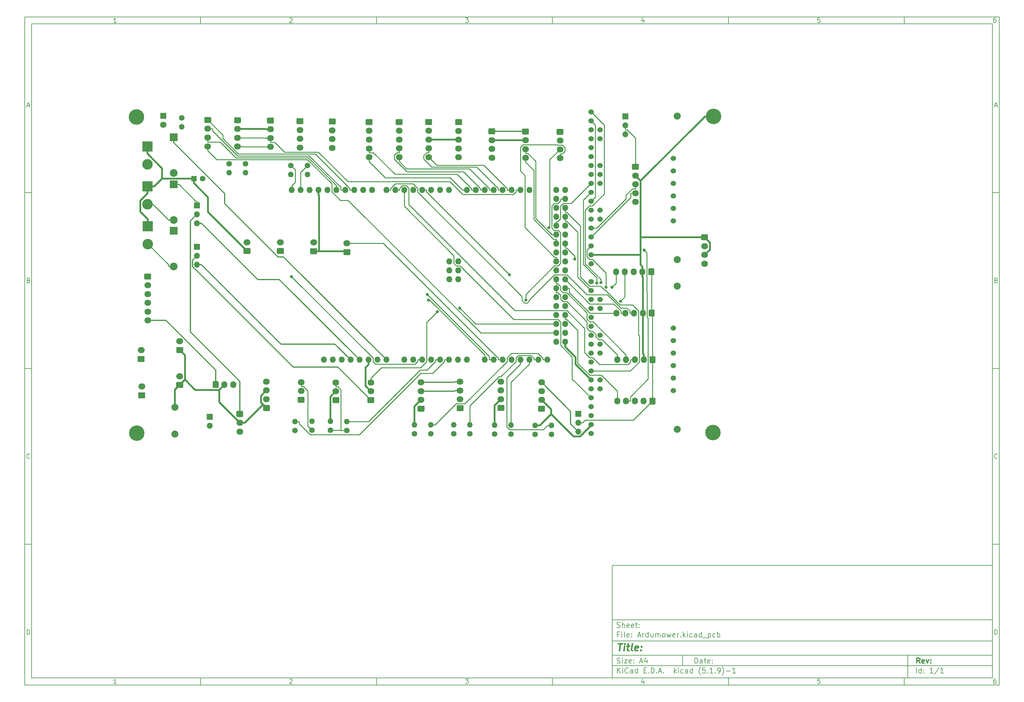
<source format=gbr>
%TF.GenerationSoftware,KiCad,Pcbnew,(5.1.9)-1*%
%TF.CreationDate,2021-05-21T09:57:04+02:00*%
%TF.ProjectId,Ardumower,41726475-6d6f-4776-9572-2e6b69636164,rev?*%
%TF.SameCoordinates,Original*%
%TF.FileFunction,Copper,L2,Bot*%
%TF.FilePolarity,Positive*%
%FSLAX46Y46*%
G04 Gerber Fmt 4.6, Leading zero omitted, Abs format (unit mm)*
G04 Created by KiCad (PCBNEW (5.1.9)-1) date 2021-05-21 09:57:04*
%MOMM*%
%LPD*%
G01*
G04 APERTURE LIST*
%ADD10C,0.100000*%
%ADD11C,0.150000*%
%ADD12C,0.300000*%
%ADD13C,0.400000*%
%TA.AperFunction,ComponentPad*%
%ADD14O,1.950000X1.700000*%
%TD*%
%TA.AperFunction,ComponentPad*%
%ADD15O,1.700000X1.950000*%
%TD*%
%TA.AperFunction,ComponentPad*%
%ADD16O,2.000000X1.700000*%
%TD*%
%TA.AperFunction,ComponentPad*%
%ADD17O,1.600000X1.600000*%
%TD*%
%TA.AperFunction,ComponentPad*%
%ADD18C,1.600000*%
%TD*%
%TA.AperFunction,ComponentPad*%
%ADD19O,1.700000X1.700000*%
%TD*%
%TA.AperFunction,ComponentPad*%
%ADD20R,1.700000X1.700000*%
%TD*%
%TA.AperFunction,ConnectorPad*%
%ADD21C,4.400000*%
%TD*%
%TA.AperFunction,ComponentPad*%
%ADD22C,2.600000*%
%TD*%
%TA.AperFunction,ComponentPad*%
%ADD23C,2.000000*%
%TD*%
%TA.AperFunction,ComponentPad*%
%ADD24C,1.524000*%
%TD*%
%TA.AperFunction,ComponentPad*%
%ADD25C,3.000000*%
%TD*%
%TA.AperFunction,ComponentPad*%
%ADD26R,3.000000X3.000000*%
%TD*%
%TA.AperFunction,ComponentPad*%
%ADD27O,2.200000X2.200000*%
%TD*%
%TA.AperFunction,ComponentPad*%
%ADD28R,2.200000X2.200000*%
%TD*%
%TA.AperFunction,ComponentPad*%
%ADD29C,1.800000*%
%TD*%
%TA.AperFunction,ComponentPad*%
%ADD30R,1.800000X1.800000*%
%TD*%
%TA.AperFunction,ComponentPad*%
%ADD31O,1.727200X1.727200*%
%TD*%
%TA.AperFunction,ComponentPad*%
%ADD32R,1.600000X1.600000*%
%TD*%
%TA.AperFunction,ViaPad*%
%ADD33C,0.889000*%
%TD*%
%TA.AperFunction,Conductor*%
%ADD34C,0.254000*%
%TD*%
%TA.AperFunction,Conductor*%
%ADD35C,0.500000*%
%TD*%
%TA.AperFunction,Conductor*%
%ADD36C,0.354000*%
%TD*%
G04 APERTURE END LIST*
D10*
D11*
X177002200Y-166007200D02*
X177002200Y-198007200D01*
X285002200Y-198007200D01*
X285002200Y-166007200D01*
X177002200Y-166007200D01*
D10*
D11*
X10000000Y-10000000D02*
X10000000Y-200007200D01*
X287002200Y-200007200D01*
X287002200Y-10000000D01*
X10000000Y-10000000D01*
D10*
D11*
X12000000Y-12000000D02*
X12000000Y-198007200D01*
X285002200Y-198007200D01*
X285002200Y-12000000D01*
X12000000Y-12000000D01*
D10*
D11*
X60000000Y-12000000D02*
X60000000Y-10000000D01*
D10*
D11*
X110000000Y-12000000D02*
X110000000Y-10000000D01*
D10*
D11*
X160000000Y-12000000D02*
X160000000Y-10000000D01*
D10*
D11*
X210000000Y-12000000D02*
X210000000Y-10000000D01*
D10*
D11*
X260000000Y-12000000D02*
X260000000Y-10000000D01*
D10*
D11*
X36065476Y-11588095D02*
X35322619Y-11588095D01*
X35694047Y-11588095D02*
X35694047Y-10288095D01*
X35570238Y-10473809D01*
X35446428Y-10597619D01*
X35322619Y-10659523D01*
D10*
D11*
X85322619Y-10411904D02*
X85384523Y-10350000D01*
X85508333Y-10288095D01*
X85817857Y-10288095D01*
X85941666Y-10350000D01*
X86003571Y-10411904D01*
X86065476Y-10535714D01*
X86065476Y-10659523D01*
X86003571Y-10845238D01*
X85260714Y-11588095D01*
X86065476Y-11588095D01*
D10*
D11*
X135260714Y-10288095D02*
X136065476Y-10288095D01*
X135632142Y-10783333D01*
X135817857Y-10783333D01*
X135941666Y-10845238D01*
X136003571Y-10907142D01*
X136065476Y-11030952D01*
X136065476Y-11340476D01*
X136003571Y-11464285D01*
X135941666Y-11526190D01*
X135817857Y-11588095D01*
X135446428Y-11588095D01*
X135322619Y-11526190D01*
X135260714Y-11464285D01*
D10*
D11*
X185941666Y-10721428D02*
X185941666Y-11588095D01*
X185632142Y-10226190D02*
X185322619Y-11154761D01*
X186127380Y-11154761D01*
D10*
D11*
X236003571Y-10288095D02*
X235384523Y-10288095D01*
X235322619Y-10907142D01*
X235384523Y-10845238D01*
X235508333Y-10783333D01*
X235817857Y-10783333D01*
X235941666Y-10845238D01*
X236003571Y-10907142D01*
X236065476Y-11030952D01*
X236065476Y-11340476D01*
X236003571Y-11464285D01*
X235941666Y-11526190D01*
X235817857Y-11588095D01*
X235508333Y-11588095D01*
X235384523Y-11526190D01*
X235322619Y-11464285D01*
D10*
D11*
X285941666Y-10288095D02*
X285694047Y-10288095D01*
X285570238Y-10350000D01*
X285508333Y-10411904D01*
X285384523Y-10597619D01*
X285322619Y-10845238D01*
X285322619Y-11340476D01*
X285384523Y-11464285D01*
X285446428Y-11526190D01*
X285570238Y-11588095D01*
X285817857Y-11588095D01*
X285941666Y-11526190D01*
X286003571Y-11464285D01*
X286065476Y-11340476D01*
X286065476Y-11030952D01*
X286003571Y-10907142D01*
X285941666Y-10845238D01*
X285817857Y-10783333D01*
X285570238Y-10783333D01*
X285446428Y-10845238D01*
X285384523Y-10907142D01*
X285322619Y-11030952D01*
D10*
D11*
X60000000Y-198007200D02*
X60000000Y-200007200D01*
D10*
D11*
X110000000Y-198007200D02*
X110000000Y-200007200D01*
D10*
D11*
X160000000Y-198007200D02*
X160000000Y-200007200D01*
D10*
D11*
X210000000Y-198007200D02*
X210000000Y-200007200D01*
D10*
D11*
X260000000Y-198007200D02*
X260000000Y-200007200D01*
D10*
D11*
X36065476Y-199595295D02*
X35322619Y-199595295D01*
X35694047Y-199595295D02*
X35694047Y-198295295D01*
X35570238Y-198481009D01*
X35446428Y-198604819D01*
X35322619Y-198666723D01*
D10*
D11*
X85322619Y-198419104D02*
X85384523Y-198357200D01*
X85508333Y-198295295D01*
X85817857Y-198295295D01*
X85941666Y-198357200D01*
X86003571Y-198419104D01*
X86065476Y-198542914D01*
X86065476Y-198666723D01*
X86003571Y-198852438D01*
X85260714Y-199595295D01*
X86065476Y-199595295D01*
D10*
D11*
X135260714Y-198295295D02*
X136065476Y-198295295D01*
X135632142Y-198790533D01*
X135817857Y-198790533D01*
X135941666Y-198852438D01*
X136003571Y-198914342D01*
X136065476Y-199038152D01*
X136065476Y-199347676D01*
X136003571Y-199471485D01*
X135941666Y-199533390D01*
X135817857Y-199595295D01*
X135446428Y-199595295D01*
X135322619Y-199533390D01*
X135260714Y-199471485D01*
D10*
D11*
X185941666Y-198728628D02*
X185941666Y-199595295D01*
X185632142Y-198233390D02*
X185322619Y-199161961D01*
X186127380Y-199161961D01*
D10*
D11*
X236003571Y-198295295D02*
X235384523Y-198295295D01*
X235322619Y-198914342D01*
X235384523Y-198852438D01*
X235508333Y-198790533D01*
X235817857Y-198790533D01*
X235941666Y-198852438D01*
X236003571Y-198914342D01*
X236065476Y-199038152D01*
X236065476Y-199347676D01*
X236003571Y-199471485D01*
X235941666Y-199533390D01*
X235817857Y-199595295D01*
X235508333Y-199595295D01*
X235384523Y-199533390D01*
X235322619Y-199471485D01*
D10*
D11*
X285941666Y-198295295D02*
X285694047Y-198295295D01*
X285570238Y-198357200D01*
X285508333Y-198419104D01*
X285384523Y-198604819D01*
X285322619Y-198852438D01*
X285322619Y-199347676D01*
X285384523Y-199471485D01*
X285446428Y-199533390D01*
X285570238Y-199595295D01*
X285817857Y-199595295D01*
X285941666Y-199533390D01*
X286003571Y-199471485D01*
X286065476Y-199347676D01*
X286065476Y-199038152D01*
X286003571Y-198914342D01*
X285941666Y-198852438D01*
X285817857Y-198790533D01*
X285570238Y-198790533D01*
X285446428Y-198852438D01*
X285384523Y-198914342D01*
X285322619Y-199038152D01*
D10*
D11*
X10000000Y-60000000D02*
X12000000Y-60000000D01*
D10*
D11*
X10000000Y-110000000D02*
X12000000Y-110000000D01*
D10*
D11*
X10000000Y-160000000D02*
X12000000Y-160000000D01*
D10*
D11*
X10690476Y-35216666D02*
X11309523Y-35216666D01*
X10566666Y-35588095D02*
X11000000Y-34288095D01*
X11433333Y-35588095D01*
D10*
D11*
X11092857Y-84907142D02*
X11278571Y-84969047D01*
X11340476Y-85030952D01*
X11402380Y-85154761D01*
X11402380Y-85340476D01*
X11340476Y-85464285D01*
X11278571Y-85526190D01*
X11154761Y-85588095D01*
X10659523Y-85588095D01*
X10659523Y-84288095D01*
X11092857Y-84288095D01*
X11216666Y-84350000D01*
X11278571Y-84411904D01*
X11340476Y-84535714D01*
X11340476Y-84659523D01*
X11278571Y-84783333D01*
X11216666Y-84845238D01*
X11092857Y-84907142D01*
X10659523Y-84907142D01*
D10*
D11*
X11402380Y-135464285D02*
X11340476Y-135526190D01*
X11154761Y-135588095D01*
X11030952Y-135588095D01*
X10845238Y-135526190D01*
X10721428Y-135402380D01*
X10659523Y-135278571D01*
X10597619Y-135030952D01*
X10597619Y-134845238D01*
X10659523Y-134597619D01*
X10721428Y-134473809D01*
X10845238Y-134350000D01*
X11030952Y-134288095D01*
X11154761Y-134288095D01*
X11340476Y-134350000D01*
X11402380Y-134411904D01*
D10*
D11*
X10659523Y-185588095D02*
X10659523Y-184288095D01*
X10969047Y-184288095D01*
X11154761Y-184350000D01*
X11278571Y-184473809D01*
X11340476Y-184597619D01*
X11402380Y-184845238D01*
X11402380Y-185030952D01*
X11340476Y-185278571D01*
X11278571Y-185402380D01*
X11154761Y-185526190D01*
X10969047Y-185588095D01*
X10659523Y-185588095D01*
D10*
D11*
X287002200Y-60000000D02*
X285002200Y-60000000D01*
D10*
D11*
X287002200Y-110000000D02*
X285002200Y-110000000D01*
D10*
D11*
X287002200Y-160000000D02*
X285002200Y-160000000D01*
D10*
D11*
X285692676Y-35216666D02*
X286311723Y-35216666D01*
X285568866Y-35588095D02*
X286002200Y-34288095D01*
X286435533Y-35588095D01*
D10*
D11*
X286095057Y-84907142D02*
X286280771Y-84969047D01*
X286342676Y-85030952D01*
X286404580Y-85154761D01*
X286404580Y-85340476D01*
X286342676Y-85464285D01*
X286280771Y-85526190D01*
X286156961Y-85588095D01*
X285661723Y-85588095D01*
X285661723Y-84288095D01*
X286095057Y-84288095D01*
X286218866Y-84350000D01*
X286280771Y-84411904D01*
X286342676Y-84535714D01*
X286342676Y-84659523D01*
X286280771Y-84783333D01*
X286218866Y-84845238D01*
X286095057Y-84907142D01*
X285661723Y-84907142D01*
D10*
D11*
X286404580Y-135464285D02*
X286342676Y-135526190D01*
X286156961Y-135588095D01*
X286033152Y-135588095D01*
X285847438Y-135526190D01*
X285723628Y-135402380D01*
X285661723Y-135278571D01*
X285599819Y-135030952D01*
X285599819Y-134845238D01*
X285661723Y-134597619D01*
X285723628Y-134473809D01*
X285847438Y-134350000D01*
X286033152Y-134288095D01*
X286156961Y-134288095D01*
X286342676Y-134350000D01*
X286404580Y-134411904D01*
D10*
D11*
X285661723Y-185588095D02*
X285661723Y-184288095D01*
X285971247Y-184288095D01*
X286156961Y-184350000D01*
X286280771Y-184473809D01*
X286342676Y-184597619D01*
X286404580Y-184845238D01*
X286404580Y-185030952D01*
X286342676Y-185278571D01*
X286280771Y-185402380D01*
X286156961Y-185526190D01*
X285971247Y-185588095D01*
X285661723Y-185588095D01*
D10*
D11*
X200434342Y-193785771D02*
X200434342Y-192285771D01*
X200791485Y-192285771D01*
X201005771Y-192357200D01*
X201148628Y-192500057D01*
X201220057Y-192642914D01*
X201291485Y-192928628D01*
X201291485Y-193142914D01*
X201220057Y-193428628D01*
X201148628Y-193571485D01*
X201005771Y-193714342D01*
X200791485Y-193785771D01*
X200434342Y-193785771D01*
X202577200Y-193785771D02*
X202577200Y-193000057D01*
X202505771Y-192857200D01*
X202362914Y-192785771D01*
X202077200Y-192785771D01*
X201934342Y-192857200D01*
X202577200Y-193714342D02*
X202434342Y-193785771D01*
X202077200Y-193785771D01*
X201934342Y-193714342D01*
X201862914Y-193571485D01*
X201862914Y-193428628D01*
X201934342Y-193285771D01*
X202077200Y-193214342D01*
X202434342Y-193214342D01*
X202577200Y-193142914D01*
X203077200Y-192785771D02*
X203648628Y-192785771D01*
X203291485Y-192285771D02*
X203291485Y-193571485D01*
X203362914Y-193714342D01*
X203505771Y-193785771D01*
X203648628Y-193785771D01*
X204720057Y-193714342D02*
X204577200Y-193785771D01*
X204291485Y-193785771D01*
X204148628Y-193714342D01*
X204077200Y-193571485D01*
X204077200Y-193000057D01*
X204148628Y-192857200D01*
X204291485Y-192785771D01*
X204577200Y-192785771D01*
X204720057Y-192857200D01*
X204791485Y-193000057D01*
X204791485Y-193142914D01*
X204077200Y-193285771D01*
X205434342Y-193642914D02*
X205505771Y-193714342D01*
X205434342Y-193785771D01*
X205362914Y-193714342D01*
X205434342Y-193642914D01*
X205434342Y-193785771D01*
X205434342Y-192857200D02*
X205505771Y-192928628D01*
X205434342Y-193000057D01*
X205362914Y-192928628D01*
X205434342Y-192857200D01*
X205434342Y-193000057D01*
D10*
D11*
X177002200Y-194507200D02*
X285002200Y-194507200D01*
D10*
D11*
X178434342Y-196585771D02*
X178434342Y-195085771D01*
X179291485Y-196585771D02*
X178648628Y-195728628D01*
X179291485Y-195085771D02*
X178434342Y-195942914D01*
X179934342Y-196585771D02*
X179934342Y-195585771D01*
X179934342Y-195085771D02*
X179862914Y-195157200D01*
X179934342Y-195228628D01*
X180005771Y-195157200D01*
X179934342Y-195085771D01*
X179934342Y-195228628D01*
X181505771Y-196442914D02*
X181434342Y-196514342D01*
X181220057Y-196585771D01*
X181077200Y-196585771D01*
X180862914Y-196514342D01*
X180720057Y-196371485D01*
X180648628Y-196228628D01*
X180577200Y-195942914D01*
X180577200Y-195728628D01*
X180648628Y-195442914D01*
X180720057Y-195300057D01*
X180862914Y-195157200D01*
X181077200Y-195085771D01*
X181220057Y-195085771D01*
X181434342Y-195157200D01*
X181505771Y-195228628D01*
X182791485Y-196585771D02*
X182791485Y-195800057D01*
X182720057Y-195657200D01*
X182577200Y-195585771D01*
X182291485Y-195585771D01*
X182148628Y-195657200D01*
X182791485Y-196514342D02*
X182648628Y-196585771D01*
X182291485Y-196585771D01*
X182148628Y-196514342D01*
X182077200Y-196371485D01*
X182077200Y-196228628D01*
X182148628Y-196085771D01*
X182291485Y-196014342D01*
X182648628Y-196014342D01*
X182791485Y-195942914D01*
X184148628Y-196585771D02*
X184148628Y-195085771D01*
X184148628Y-196514342D02*
X184005771Y-196585771D01*
X183720057Y-196585771D01*
X183577200Y-196514342D01*
X183505771Y-196442914D01*
X183434342Y-196300057D01*
X183434342Y-195871485D01*
X183505771Y-195728628D01*
X183577200Y-195657200D01*
X183720057Y-195585771D01*
X184005771Y-195585771D01*
X184148628Y-195657200D01*
X186005771Y-195800057D02*
X186505771Y-195800057D01*
X186720057Y-196585771D02*
X186005771Y-196585771D01*
X186005771Y-195085771D01*
X186720057Y-195085771D01*
X187362914Y-196442914D02*
X187434342Y-196514342D01*
X187362914Y-196585771D01*
X187291485Y-196514342D01*
X187362914Y-196442914D01*
X187362914Y-196585771D01*
X188077200Y-196585771D02*
X188077200Y-195085771D01*
X188434342Y-195085771D01*
X188648628Y-195157200D01*
X188791485Y-195300057D01*
X188862914Y-195442914D01*
X188934342Y-195728628D01*
X188934342Y-195942914D01*
X188862914Y-196228628D01*
X188791485Y-196371485D01*
X188648628Y-196514342D01*
X188434342Y-196585771D01*
X188077200Y-196585771D01*
X189577200Y-196442914D02*
X189648628Y-196514342D01*
X189577200Y-196585771D01*
X189505771Y-196514342D01*
X189577200Y-196442914D01*
X189577200Y-196585771D01*
X190220057Y-196157200D02*
X190934342Y-196157200D01*
X190077200Y-196585771D02*
X190577200Y-195085771D01*
X191077200Y-196585771D01*
X191577200Y-196442914D02*
X191648628Y-196514342D01*
X191577200Y-196585771D01*
X191505771Y-196514342D01*
X191577200Y-196442914D01*
X191577200Y-196585771D01*
X194577200Y-196585771D02*
X194577200Y-195085771D01*
X194720057Y-196014342D02*
X195148628Y-196585771D01*
X195148628Y-195585771D02*
X194577200Y-196157200D01*
X195791485Y-196585771D02*
X195791485Y-195585771D01*
X195791485Y-195085771D02*
X195720057Y-195157200D01*
X195791485Y-195228628D01*
X195862914Y-195157200D01*
X195791485Y-195085771D01*
X195791485Y-195228628D01*
X197148628Y-196514342D02*
X197005771Y-196585771D01*
X196720057Y-196585771D01*
X196577200Y-196514342D01*
X196505771Y-196442914D01*
X196434342Y-196300057D01*
X196434342Y-195871485D01*
X196505771Y-195728628D01*
X196577200Y-195657200D01*
X196720057Y-195585771D01*
X197005771Y-195585771D01*
X197148628Y-195657200D01*
X198434342Y-196585771D02*
X198434342Y-195800057D01*
X198362914Y-195657200D01*
X198220057Y-195585771D01*
X197934342Y-195585771D01*
X197791485Y-195657200D01*
X198434342Y-196514342D02*
X198291485Y-196585771D01*
X197934342Y-196585771D01*
X197791485Y-196514342D01*
X197720057Y-196371485D01*
X197720057Y-196228628D01*
X197791485Y-196085771D01*
X197934342Y-196014342D01*
X198291485Y-196014342D01*
X198434342Y-195942914D01*
X199791485Y-196585771D02*
X199791485Y-195085771D01*
X199791485Y-196514342D02*
X199648628Y-196585771D01*
X199362914Y-196585771D01*
X199220057Y-196514342D01*
X199148628Y-196442914D01*
X199077200Y-196300057D01*
X199077200Y-195871485D01*
X199148628Y-195728628D01*
X199220057Y-195657200D01*
X199362914Y-195585771D01*
X199648628Y-195585771D01*
X199791485Y-195657200D01*
X202077200Y-197157200D02*
X202005771Y-197085771D01*
X201862914Y-196871485D01*
X201791485Y-196728628D01*
X201720057Y-196514342D01*
X201648628Y-196157200D01*
X201648628Y-195871485D01*
X201720057Y-195514342D01*
X201791485Y-195300057D01*
X201862914Y-195157200D01*
X202005771Y-194942914D01*
X202077200Y-194871485D01*
X203362914Y-195085771D02*
X202648628Y-195085771D01*
X202577200Y-195800057D01*
X202648628Y-195728628D01*
X202791485Y-195657200D01*
X203148628Y-195657200D01*
X203291485Y-195728628D01*
X203362914Y-195800057D01*
X203434342Y-195942914D01*
X203434342Y-196300057D01*
X203362914Y-196442914D01*
X203291485Y-196514342D01*
X203148628Y-196585771D01*
X202791485Y-196585771D01*
X202648628Y-196514342D01*
X202577200Y-196442914D01*
X204077200Y-196442914D02*
X204148628Y-196514342D01*
X204077200Y-196585771D01*
X204005771Y-196514342D01*
X204077200Y-196442914D01*
X204077200Y-196585771D01*
X205577200Y-196585771D02*
X204720057Y-196585771D01*
X205148628Y-196585771D02*
X205148628Y-195085771D01*
X205005771Y-195300057D01*
X204862914Y-195442914D01*
X204720057Y-195514342D01*
X206220057Y-196442914D02*
X206291485Y-196514342D01*
X206220057Y-196585771D01*
X206148628Y-196514342D01*
X206220057Y-196442914D01*
X206220057Y-196585771D01*
X207005771Y-196585771D02*
X207291485Y-196585771D01*
X207434342Y-196514342D01*
X207505771Y-196442914D01*
X207648628Y-196228628D01*
X207720057Y-195942914D01*
X207720057Y-195371485D01*
X207648628Y-195228628D01*
X207577200Y-195157200D01*
X207434342Y-195085771D01*
X207148628Y-195085771D01*
X207005771Y-195157200D01*
X206934342Y-195228628D01*
X206862914Y-195371485D01*
X206862914Y-195728628D01*
X206934342Y-195871485D01*
X207005771Y-195942914D01*
X207148628Y-196014342D01*
X207434342Y-196014342D01*
X207577200Y-195942914D01*
X207648628Y-195871485D01*
X207720057Y-195728628D01*
X208220057Y-197157200D02*
X208291485Y-197085771D01*
X208434342Y-196871485D01*
X208505771Y-196728628D01*
X208577200Y-196514342D01*
X208648628Y-196157200D01*
X208648628Y-195871485D01*
X208577200Y-195514342D01*
X208505771Y-195300057D01*
X208434342Y-195157200D01*
X208291485Y-194942914D01*
X208220057Y-194871485D01*
X209362914Y-196014342D02*
X210505771Y-196014342D01*
X212005771Y-196585771D02*
X211148628Y-196585771D01*
X211577200Y-196585771D02*
X211577200Y-195085771D01*
X211434342Y-195300057D01*
X211291485Y-195442914D01*
X211148628Y-195514342D01*
D10*
D11*
X177002200Y-191507200D02*
X285002200Y-191507200D01*
D10*
D12*
X264411485Y-193785771D02*
X263911485Y-193071485D01*
X263554342Y-193785771D02*
X263554342Y-192285771D01*
X264125771Y-192285771D01*
X264268628Y-192357200D01*
X264340057Y-192428628D01*
X264411485Y-192571485D01*
X264411485Y-192785771D01*
X264340057Y-192928628D01*
X264268628Y-193000057D01*
X264125771Y-193071485D01*
X263554342Y-193071485D01*
X265625771Y-193714342D02*
X265482914Y-193785771D01*
X265197200Y-193785771D01*
X265054342Y-193714342D01*
X264982914Y-193571485D01*
X264982914Y-193000057D01*
X265054342Y-192857200D01*
X265197200Y-192785771D01*
X265482914Y-192785771D01*
X265625771Y-192857200D01*
X265697200Y-193000057D01*
X265697200Y-193142914D01*
X264982914Y-193285771D01*
X266197200Y-192785771D02*
X266554342Y-193785771D01*
X266911485Y-192785771D01*
X267482914Y-193642914D02*
X267554342Y-193714342D01*
X267482914Y-193785771D01*
X267411485Y-193714342D01*
X267482914Y-193642914D01*
X267482914Y-193785771D01*
X267482914Y-192857200D02*
X267554342Y-192928628D01*
X267482914Y-193000057D01*
X267411485Y-192928628D01*
X267482914Y-192857200D01*
X267482914Y-193000057D01*
D10*
D11*
X178362914Y-193714342D02*
X178577200Y-193785771D01*
X178934342Y-193785771D01*
X179077200Y-193714342D01*
X179148628Y-193642914D01*
X179220057Y-193500057D01*
X179220057Y-193357200D01*
X179148628Y-193214342D01*
X179077200Y-193142914D01*
X178934342Y-193071485D01*
X178648628Y-193000057D01*
X178505771Y-192928628D01*
X178434342Y-192857200D01*
X178362914Y-192714342D01*
X178362914Y-192571485D01*
X178434342Y-192428628D01*
X178505771Y-192357200D01*
X178648628Y-192285771D01*
X179005771Y-192285771D01*
X179220057Y-192357200D01*
X179862914Y-193785771D02*
X179862914Y-192785771D01*
X179862914Y-192285771D02*
X179791485Y-192357200D01*
X179862914Y-192428628D01*
X179934342Y-192357200D01*
X179862914Y-192285771D01*
X179862914Y-192428628D01*
X180434342Y-192785771D02*
X181220057Y-192785771D01*
X180434342Y-193785771D01*
X181220057Y-193785771D01*
X182362914Y-193714342D02*
X182220057Y-193785771D01*
X181934342Y-193785771D01*
X181791485Y-193714342D01*
X181720057Y-193571485D01*
X181720057Y-193000057D01*
X181791485Y-192857200D01*
X181934342Y-192785771D01*
X182220057Y-192785771D01*
X182362914Y-192857200D01*
X182434342Y-193000057D01*
X182434342Y-193142914D01*
X181720057Y-193285771D01*
X183077200Y-193642914D02*
X183148628Y-193714342D01*
X183077200Y-193785771D01*
X183005771Y-193714342D01*
X183077200Y-193642914D01*
X183077200Y-193785771D01*
X183077200Y-192857200D02*
X183148628Y-192928628D01*
X183077200Y-193000057D01*
X183005771Y-192928628D01*
X183077200Y-192857200D01*
X183077200Y-193000057D01*
X184862914Y-193357200D02*
X185577200Y-193357200D01*
X184720057Y-193785771D02*
X185220057Y-192285771D01*
X185720057Y-193785771D01*
X186862914Y-192785771D02*
X186862914Y-193785771D01*
X186505771Y-192214342D02*
X186148628Y-193285771D01*
X187077200Y-193285771D01*
D10*
D11*
X263434342Y-196585771D02*
X263434342Y-195085771D01*
X264791485Y-196585771D02*
X264791485Y-195085771D01*
X264791485Y-196514342D02*
X264648628Y-196585771D01*
X264362914Y-196585771D01*
X264220057Y-196514342D01*
X264148628Y-196442914D01*
X264077200Y-196300057D01*
X264077200Y-195871485D01*
X264148628Y-195728628D01*
X264220057Y-195657200D01*
X264362914Y-195585771D01*
X264648628Y-195585771D01*
X264791485Y-195657200D01*
X265505771Y-196442914D02*
X265577200Y-196514342D01*
X265505771Y-196585771D01*
X265434342Y-196514342D01*
X265505771Y-196442914D01*
X265505771Y-196585771D01*
X265505771Y-195657200D02*
X265577200Y-195728628D01*
X265505771Y-195800057D01*
X265434342Y-195728628D01*
X265505771Y-195657200D01*
X265505771Y-195800057D01*
X268148628Y-196585771D02*
X267291485Y-196585771D01*
X267720057Y-196585771D02*
X267720057Y-195085771D01*
X267577200Y-195300057D01*
X267434342Y-195442914D01*
X267291485Y-195514342D01*
X269862914Y-195014342D02*
X268577200Y-196942914D01*
X271148628Y-196585771D02*
X270291485Y-196585771D01*
X270720057Y-196585771D02*
X270720057Y-195085771D01*
X270577200Y-195300057D01*
X270434342Y-195442914D01*
X270291485Y-195514342D01*
D10*
D11*
X177002200Y-187507200D02*
X285002200Y-187507200D01*
D10*
D13*
X178714580Y-188211961D02*
X179857438Y-188211961D01*
X179036009Y-190211961D02*
X179286009Y-188211961D01*
X180274104Y-190211961D02*
X180440771Y-188878628D01*
X180524104Y-188211961D02*
X180416961Y-188307200D01*
X180500295Y-188402438D01*
X180607438Y-188307200D01*
X180524104Y-188211961D01*
X180500295Y-188402438D01*
X181107438Y-188878628D02*
X181869342Y-188878628D01*
X181476485Y-188211961D02*
X181262200Y-189926247D01*
X181333628Y-190116723D01*
X181512200Y-190211961D01*
X181702676Y-190211961D01*
X182655057Y-190211961D02*
X182476485Y-190116723D01*
X182405057Y-189926247D01*
X182619342Y-188211961D01*
X184190771Y-190116723D02*
X183988390Y-190211961D01*
X183607438Y-190211961D01*
X183428866Y-190116723D01*
X183357438Y-189926247D01*
X183452676Y-189164342D01*
X183571723Y-188973866D01*
X183774104Y-188878628D01*
X184155057Y-188878628D01*
X184333628Y-188973866D01*
X184405057Y-189164342D01*
X184381247Y-189354819D01*
X183405057Y-189545295D01*
X185155057Y-190021485D02*
X185238390Y-190116723D01*
X185131247Y-190211961D01*
X185047914Y-190116723D01*
X185155057Y-190021485D01*
X185131247Y-190211961D01*
X185286009Y-188973866D02*
X185369342Y-189069104D01*
X185262200Y-189164342D01*
X185178866Y-189069104D01*
X185286009Y-188973866D01*
X185262200Y-189164342D01*
D10*
D11*
X178934342Y-185600057D02*
X178434342Y-185600057D01*
X178434342Y-186385771D02*
X178434342Y-184885771D01*
X179148628Y-184885771D01*
X179720057Y-186385771D02*
X179720057Y-185385771D01*
X179720057Y-184885771D02*
X179648628Y-184957200D01*
X179720057Y-185028628D01*
X179791485Y-184957200D01*
X179720057Y-184885771D01*
X179720057Y-185028628D01*
X180648628Y-186385771D02*
X180505771Y-186314342D01*
X180434342Y-186171485D01*
X180434342Y-184885771D01*
X181791485Y-186314342D02*
X181648628Y-186385771D01*
X181362914Y-186385771D01*
X181220057Y-186314342D01*
X181148628Y-186171485D01*
X181148628Y-185600057D01*
X181220057Y-185457200D01*
X181362914Y-185385771D01*
X181648628Y-185385771D01*
X181791485Y-185457200D01*
X181862914Y-185600057D01*
X181862914Y-185742914D01*
X181148628Y-185885771D01*
X182505771Y-186242914D02*
X182577200Y-186314342D01*
X182505771Y-186385771D01*
X182434342Y-186314342D01*
X182505771Y-186242914D01*
X182505771Y-186385771D01*
X182505771Y-185457200D02*
X182577200Y-185528628D01*
X182505771Y-185600057D01*
X182434342Y-185528628D01*
X182505771Y-185457200D01*
X182505771Y-185600057D01*
X184291485Y-185957200D02*
X185005771Y-185957200D01*
X184148628Y-186385771D02*
X184648628Y-184885771D01*
X185148628Y-186385771D01*
X185648628Y-186385771D02*
X185648628Y-185385771D01*
X185648628Y-185671485D02*
X185720057Y-185528628D01*
X185791485Y-185457200D01*
X185934342Y-185385771D01*
X186077200Y-185385771D01*
X187220057Y-186385771D02*
X187220057Y-184885771D01*
X187220057Y-186314342D02*
X187077200Y-186385771D01*
X186791485Y-186385771D01*
X186648628Y-186314342D01*
X186577200Y-186242914D01*
X186505771Y-186100057D01*
X186505771Y-185671485D01*
X186577200Y-185528628D01*
X186648628Y-185457200D01*
X186791485Y-185385771D01*
X187077200Y-185385771D01*
X187220057Y-185457200D01*
X188577200Y-185385771D02*
X188577200Y-186385771D01*
X187934342Y-185385771D02*
X187934342Y-186171485D01*
X188005771Y-186314342D01*
X188148628Y-186385771D01*
X188362914Y-186385771D01*
X188505771Y-186314342D01*
X188577200Y-186242914D01*
X189291485Y-186385771D02*
X189291485Y-185385771D01*
X189291485Y-185528628D02*
X189362914Y-185457200D01*
X189505771Y-185385771D01*
X189720057Y-185385771D01*
X189862914Y-185457200D01*
X189934342Y-185600057D01*
X189934342Y-186385771D01*
X189934342Y-185600057D02*
X190005771Y-185457200D01*
X190148628Y-185385771D01*
X190362914Y-185385771D01*
X190505771Y-185457200D01*
X190577200Y-185600057D01*
X190577200Y-186385771D01*
X191505771Y-186385771D02*
X191362914Y-186314342D01*
X191291485Y-186242914D01*
X191220057Y-186100057D01*
X191220057Y-185671485D01*
X191291485Y-185528628D01*
X191362914Y-185457200D01*
X191505771Y-185385771D01*
X191720057Y-185385771D01*
X191862914Y-185457200D01*
X191934342Y-185528628D01*
X192005771Y-185671485D01*
X192005771Y-186100057D01*
X191934342Y-186242914D01*
X191862914Y-186314342D01*
X191720057Y-186385771D01*
X191505771Y-186385771D01*
X192505771Y-185385771D02*
X192791485Y-186385771D01*
X193077200Y-185671485D01*
X193362914Y-186385771D01*
X193648628Y-185385771D01*
X194791485Y-186314342D02*
X194648628Y-186385771D01*
X194362914Y-186385771D01*
X194220057Y-186314342D01*
X194148628Y-186171485D01*
X194148628Y-185600057D01*
X194220057Y-185457200D01*
X194362914Y-185385771D01*
X194648628Y-185385771D01*
X194791485Y-185457200D01*
X194862914Y-185600057D01*
X194862914Y-185742914D01*
X194148628Y-185885771D01*
X195505771Y-186385771D02*
X195505771Y-185385771D01*
X195505771Y-185671485D02*
X195577200Y-185528628D01*
X195648628Y-185457200D01*
X195791485Y-185385771D01*
X195934342Y-185385771D01*
X196434342Y-186242914D02*
X196505771Y-186314342D01*
X196434342Y-186385771D01*
X196362914Y-186314342D01*
X196434342Y-186242914D01*
X196434342Y-186385771D01*
X197148628Y-186385771D02*
X197148628Y-184885771D01*
X197291485Y-185814342D02*
X197720057Y-186385771D01*
X197720057Y-185385771D02*
X197148628Y-185957200D01*
X198362914Y-186385771D02*
X198362914Y-185385771D01*
X198362914Y-184885771D02*
X198291485Y-184957200D01*
X198362914Y-185028628D01*
X198434342Y-184957200D01*
X198362914Y-184885771D01*
X198362914Y-185028628D01*
X199720057Y-186314342D02*
X199577200Y-186385771D01*
X199291485Y-186385771D01*
X199148628Y-186314342D01*
X199077200Y-186242914D01*
X199005771Y-186100057D01*
X199005771Y-185671485D01*
X199077200Y-185528628D01*
X199148628Y-185457200D01*
X199291485Y-185385771D01*
X199577200Y-185385771D01*
X199720057Y-185457200D01*
X201005771Y-186385771D02*
X201005771Y-185600057D01*
X200934342Y-185457200D01*
X200791485Y-185385771D01*
X200505771Y-185385771D01*
X200362914Y-185457200D01*
X201005771Y-186314342D02*
X200862914Y-186385771D01*
X200505771Y-186385771D01*
X200362914Y-186314342D01*
X200291485Y-186171485D01*
X200291485Y-186028628D01*
X200362914Y-185885771D01*
X200505771Y-185814342D01*
X200862914Y-185814342D01*
X201005771Y-185742914D01*
X202362914Y-186385771D02*
X202362914Y-184885771D01*
X202362914Y-186314342D02*
X202220057Y-186385771D01*
X201934342Y-186385771D01*
X201791485Y-186314342D01*
X201720057Y-186242914D01*
X201648628Y-186100057D01*
X201648628Y-185671485D01*
X201720057Y-185528628D01*
X201791485Y-185457200D01*
X201934342Y-185385771D01*
X202220057Y-185385771D01*
X202362914Y-185457200D01*
X202720057Y-186528628D02*
X203862914Y-186528628D01*
X204220057Y-185385771D02*
X204220057Y-186885771D01*
X204220057Y-185457200D02*
X204362914Y-185385771D01*
X204648628Y-185385771D01*
X204791485Y-185457200D01*
X204862914Y-185528628D01*
X204934342Y-185671485D01*
X204934342Y-186100057D01*
X204862914Y-186242914D01*
X204791485Y-186314342D01*
X204648628Y-186385771D01*
X204362914Y-186385771D01*
X204220057Y-186314342D01*
X206220057Y-186314342D02*
X206077200Y-186385771D01*
X205791485Y-186385771D01*
X205648628Y-186314342D01*
X205577200Y-186242914D01*
X205505771Y-186100057D01*
X205505771Y-185671485D01*
X205577200Y-185528628D01*
X205648628Y-185457200D01*
X205791485Y-185385771D01*
X206077200Y-185385771D01*
X206220057Y-185457200D01*
X206862914Y-186385771D02*
X206862914Y-184885771D01*
X206862914Y-185457200D02*
X207005771Y-185385771D01*
X207291485Y-185385771D01*
X207434342Y-185457200D01*
X207505771Y-185528628D01*
X207577200Y-185671485D01*
X207577200Y-186100057D01*
X207505771Y-186242914D01*
X207434342Y-186314342D01*
X207291485Y-186385771D01*
X207005771Y-186385771D01*
X206862914Y-186314342D01*
D10*
D11*
X177002200Y-181507200D02*
X285002200Y-181507200D01*
D10*
D11*
X178362914Y-183614342D02*
X178577200Y-183685771D01*
X178934342Y-183685771D01*
X179077200Y-183614342D01*
X179148628Y-183542914D01*
X179220057Y-183400057D01*
X179220057Y-183257200D01*
X179148628Y-183114342D01*
X179077200Y-183042914D01*
X178934342Y-182971485D01*
X178648628Y-182900057D01*
X178505771Y-182828628D01*
X178434342Y-182757200D01*
X178362914Y-182614342D01*
X178362914Y-182471485D01*
X178434342Y-182328628D01*
X178505771Y-182257200D01*
X178648628Y-182185771D01*
X179005771Y-182185771D01*
X179220057Y-182257200D01*
X179862914Y-183685771D02*
X179862914Y-182185771D01*
X180505771Y-183685771D02*
X180505771Y-182900057D01*
X180434342Y-182757200D01*
X180291485Y-182685771D01*
X180077200Y-182685771D01*
X179934342Y-182757200D01*
X179862914Y-182828628D01*
X181791485Y-183614342D02*
X181648628Y-183685771D01*
X181362914Y-183685771D01*
X181220057Y-183614342D01*
X181148628Y-183471485D01*
X181148628Y-182900057D01*
X181220057Y-182757200D01*
X181362914Y-182685771D01*
X181648628Y-182685771D01*
X181791485Y-182757200D01*
X181862914Y-182900057D01*
X181862914Y-183042914D01*
X181148628Y-183185771D01*
X183077200Y-183614342D02*
X182934342Y-183685771D01*
X182648628Y-183685771D01*
X182505771Y-183614342D01*
X182434342Y-183471485D01*
X182434342Y-182900057D01*
X182505771Y-182757200D01*
X182648628Y-182685771D01*
X182934342Y-182685771D01*
X183077200Y-182757200D01*
X183148628Y-182900057D01*
X183148628Y-183042914D01*
X182434342Y-183185771D01*
X183577200Y-182685771D02*
X184148628Y-182685771D01*
X183791485Y-182185771D02*
X183791485Y-183471485D01*
X183862914Y-183614342D01*
X184005771Y-183685771D01*
X184148628Y-183685771D01*
X184648628Y-183542914D02*
X184720057Y-183614342D01*
X184648628Y-183685771D01*
X184577200Y-183614342D01*
X184648628Y-183542914D01*
X184648628Y-183685771D01*
X184648628Y-182757200D02*
X184720057Y-182828628D01*
X184648628Y-182900057D01*
X184577200Y-182828628D01*
X184648628Y-182757200D01*
X184648628Y-182900057D01*
D10*
D11*
X197002200Y-191507200D02*
X197002200Y-194507200D01*
D10*
D11*
X261002200Y-191507200D02*
X261002200Y-198007200D01*
D14*
%TO.P,J42,5*%
%TO.N,pinMotorMowEnable*%
X183580000Y-62630000D03*
%TO.P,J42,4*%
%TO.N,pinMotorMowDir*%
X183580000Y-60130000D03*
%TO.P,J42,3*%
%TO.N,pinMotorMowPWM*%
X183580000Y-57630000D03*
%TO.P,J42,2*%
%TO.N,GND*%
X183580000Y-55130000D03*
%TO.P,J42,1*%
%TO.N,Net-(J42-Pad1)*%
%TA.AperFunction,ComponentPad*%
G36*
G01*
X182855000Y-51780000D02*
X184305000Y-51780000D01*
G75*
G02*
X184555000Y-52030000I0J-250000D01*
G01*
X184555000Y-53230000D01*
G75*
G02*
X184305000Y-53480000I-250000J0D01*
G01*
X182855000Y-53480000D01*
G75*
G02*
X182605000Y-53230000I0J250000D01*
G01*
X182605000Y-52030000D01*
G75*
G02*
X182855000Y-51780000I250000J0D01*
G01*
G37*
%TD.AperFunction*%
%TD*%
D15*
%TO.P,J41,5*%
%TO.N,pinMotorLeftEnable*%
X178400000Y-119250000D03*
%TO.P,J41,4*%
%TO.N,pinMotorLeftDir*%
X180900000Y-119250000D03*
%TO.P,J41,3*%
%TO.N,pinMotorLeftPWM*%
X183400000Y-119250000D03*
%TO.P,J41,2*%
%TO.N,GND*%
X185900000Y-119250000D03*
%TO.P,J41,1*%
%TO.N,Net-(J26-Pad1)*%
%TA.AperFunction,ComponentPad*%
G36*
G01*
X189250000Y-118525000D02*
X189250000Y-119975000D01*
G75*
G02*
X189000000Y-120225000I-250000J0D01*
G01*
X187800000Y-120225000D01*
G75*
G02*
X187550000Y-119975000I0J250000D01*
G01*
X187550000Y-118525000D01*
G75*
G02*
X187800000Y-118275000I250000J0D01*
G01*
X189000000Y-118275000D01*
G75*
G02*
X189250000Y-118525000I0J-250000D01*
G01*
G37*
%TD.AperFunction*%
%TD*%
%TO.P,J40,5*%
%TO.N,pinMotorEnable*%
X178060000Y-82490000D03*
%TO.P,J40,4*%
%TO.N,pinMotorRightDir*%
X180560000Y-82490000D03*
%TO.P,J40,3*%
%TO.N,pinMotorRightPWM*%
X183060000Y-82490000D03*
%TO.P,J40,2*%
%TO.N,GND*%
X185560000Y-82490000D03*
%TO.P,J40,1*%
%TO.N,Net-(J26-Pad1)*%
%TA.AperFunction,ComponentPad*%
G36*
G01*
X188910000Y-81765000D02*
X188910000Y-83215000D01*
G75*
G02*
X188660000Y-83465000I-250000J0D01*
G01*
X187460000Y-83465000D01*
G75*
G02*
X187210000Y-83215000I0J250000D01*
G01*
X187210000Y-81765000D01*
G75*
G02*
X187460000Y-81515000I250000J0D01*
G01*
X188660000Y-81515000D01*
G75*
G02*
X188910000Y-81765000I0J-250000D01*
G01*
G37*
%TD.AperFunction*%
%TD*%
D14*
%TO.P,J39,4*%
%TO.N,+3V3*%
X156900000Y-113920000D03*
%TO.P,J39,3*%
%TO.N,+5V*%
X156900000Y-116420000D03*
%TO.P,J39,2*%
%TO.N,GND*%
X156900000Y-118920000D03*
%TO.P,J39,1*%
%TO.N,Net-(J39-Pad1)*%
%TA.AperFunction,ComponentPad*%
G36*
G01*
X157625000Y-122270000D02*
X156175000Y-122270000D01*
G75*
G02*
X155925000Y-122020000I0J250000D01*
G01*
X155925000Y-120820000D01*
G75*
G02*
X156175000Y-120570000I250000J0D01*
G01*
X157625000Y-120570000D01*
G75*
G02*
X157875000Y-120820000I0J-250000D01*
G01*
X157875000Y-122020000D01*
G75*
G02*
X157625000Y-122270000I-250000J0D01*
G01*
G37*
%TD.AperFunction*%
%TD*%
%TO.P,J38,4*%
%TO.N,+3V3*%
X133750000Y-113760000D03*
%TO.P,J38,3*%
%TO.N,+5V*%
X133750000Y-116260000D03*
%TO.P,J38,2*%
%TO.N,GND*%
X133750000Y-118760000D03*
%TO.P,J38,1*%
%TO.N,Net-(J38-Pad1)*%
%TA.AperFunction,ComponentPad*%
G36*
G01*
X134475000Y-122110000D02*
X133025000Y-122110000D01*
G75*
G02*
X132775000Y-121860000I0J250000D01*
G01*
X132775000Y-120660000D01*
G75*
G02*
X133025000Y-120410000I250000J0D01*
G01*
X134475000Y-120410000D01*
G75*
G02*
X134725000Y-120660000I0J-250000D01*
G01*
X134725000Y-121860000D01*
G75*
G02*
X134475000Y-122110000I-250000J0D01*
G01*
G37*
%TD.AperFunction*%
%TD*%
D16*
%TO.P,J36,2*%
%TO.N,pinReserveA10*%
X101580000Y-74380000D03*
%TO.P,J36,1*%
%TO.N,GND*%
%TA.AperFunction,ComponentPad*%
G36*
G01*
X102330000Y-77730000D02*
X100830000Y-77730000D01*
G75*
G02*
X100580000Y-77480000I0J250000D01*
G01*
X100580000Y-76280000D01*
G75*
G02*
X100830000Y-76030000I250000J0D01*
G01*
X102330000Y-76030000D01*
G75*
G02*
X102580000Y-76280000I0J-250000D01*
G01*
X102580000Y-77480000D01*
G75*
G02*
X102330000Y-77730000I-250000J0D01*
G01*
G37*
%TD.AperFunction*%
%TD*%
%TO.P,J34,2*%
%TO.N,pinReserveD9*%
X82690000Y-74070000D03*
%TO.P,J34,1*%
%TO.N,GND*%
%TA.AperFunction,ComponentPad*%
G36*
G01*
X83440000Y-77420000D02*
X81940000Y-77420000D01*
G75*
G02*
X81690000Y-77170000I0J250000D01*
G01*
X81690000Y-75970000D01*
G75*
G02*
X81940000Y-75720000I250000J0D01*
G01*
X83440000Y-75720000D01*
G75*
G02*
X83690000Y-75970000I0J-250000D01*
G01*
X83690000Y-77170000D01*
G75*
G02*
X83440000Y-77420000I-250000J0D01*
G01*
G37*
%TD.AperFunction*%
%TD*%
%TO.P,J33,2*%
%TO.N,pinReserveD8*%
X92120000Y-74150000D03*
%TO.P,J33,1*%
%TO.N,GND*%
%TA.AperFunction,ComponentPad*%
G36*
G01*
X92870000Y-77500000D02*
X91370000Y-77500000D01*
G75*
G02*
X91120000Y-77250000I0J250000D01*
G01*
X91120000Y-76050000D01*
G75*
G02*
X91370000Y-75800000I250000J0D01*
G01*
X92870000Y-75800000D01*
G75*
G02*
X93120000Y-76050000I0J-250000D01*
G01*
X93120000Y-77250000D01*
G75*
G02*
X92870000Y-77500000I-250000J0D01*
G01*
G37*
%TD.AperFunction*%
%TD*%
%TO.P,J32,2*%
%TO.N,pinReserveD13*%
X73190000Y-74070000D03*
%TO.P,J32,1*%
%TO.N,GND*%
%TA.AperFunction,ComponentPad*%
G36*
G01*
X73940000Y-77420000D02*
X72440000Y-77420000D01*
G75*
G02*
X72190000Y-77170000I0J250000D01*
G01*
X72190000Y-75970000D01*
G75*
G02*
X72440000Y-75720000I250000J0D01*
G01*
X73940000Y-75720000D01*
G75*
G02*
X74190000Y-75970000I0J-250000D01*
G01*
X74190000Y-77170000D01*
G75*
G02*
X73940000Y-77420000I-250000J0D01*
G01*
G37*
%TD.AperFunction*%
%TD*%
D14*
%TO.P,J31,5*%
%TO.N,RX3*%
X107870000Y-49900000D03*
%TO.P,J31,4*%
%TO.N,TX3*%
X107870000Y-47400000D03*
%TO.P,J31,3*%
%TO.N,GND*%
X107870000Y-44900000D03*
%TO.P,J31,2*%
%TO.N,+3V3*%
X107870000Y-42400000D03*
%TO.P,J31,1*%
%TO.N,+5V*%
%TA.AperFunction,ComponentPad*%
G36*
G01*
X107145000Y-39050000D02*
X108595000Y-39050000D01*
G75*
G02*
X108845000Y-39300000I0J-250000D01*
G01*
X108845000Y-40500000D01*
G75*
G02*
X108595000Y-40750000I-250000J0D01*
G01*
X107145000Y-40750000D01*
G75*
G02*
X106895000Y-40500000I0J250000D01*
G01*
X106895000Y-39300000D01*
G75*
G02*
X107145000Y-39050000I250000J0D01*
G01*
G37*
%TD.AperFunction*%
%TD*%
%TO.P,J30,4*%
%TO.N,SCL1*%
X97420000Y-47270000D03*
%TO.P,J30,3*%
%TO.N,SDA1*%
X97420000Y-44770000D03*
%TO.P,J30,2*%
%TO.N,GND*%
X97420000Y-42270000D03*
%TO.P,J30,1*%
%TO.N,+3V3*%
%TA.AperFunction,ComponentPad*%
G36*
G01*
X96695000Y-38920000D02*
X98145000Y-38920000D01*
G75*
G02*
X98395000Y-39170000I0J-250000D01*
G01*
X98395000Y-40370000D01*
G75*
G02*
X98145000Y-40620000I-250000J0D01*
G01*
X96695000Y-40620000D01*
G75*
G02*
X96445000Y-40370000I0J250000D01*
G01*
X96445000Y-39170000D01*
G75*
G02*
X96695000Y-38920000I250000J0D01*
G01*
G37*
%TD.AperFunction*%
%TD*%
%TO.P,J28,4*%
%TO.N,+3V3*%
X145330000Y-113710000D03*
%TO.P,J28,3*%
%TO.N,+5V*%
X145330000Y-116210000D03*
%TO.P,J28,2*%
%TO.N,GND*%
X145330000Y-118710000D03*
%TO.P,J28,1*%
%TO.N,Net-(J28-Pad1)*%
%TA.AperFunction,ComponentPad*%
G36*
G01*
X146055000Y-122060000D02*
X144605000Y-122060000D01*
G75*
G02*
X144355000Y-121810000I0J250000D01*
G01*
X144355000Y-120610000D01*
G75*
G02*
X144605000Y-120360000I250000J0D01*
G01*
X146055000Y-120360000D01*
G75*
G02*
X146305000Y-120610000I0J-250000D01*
G01*
X146305000Y-121810000D01*
G75*
G02*
X146055000Y-122060000I-250000J0D01*
G01*
G37*
%TD.AperFunction*%
%TD*%
%TO.P,J27,4*%
%TO.N,+3V3*%
X122630000Y-113910000D03*
%TO.P,J27,3*%
%TO.N,+5V*%
X122630000Y-116410000D03*
%TO.P,J27,2*%
%TO.N,GND*%
X122630000Y-118910000D03*
%TO.P,J27,1*%
%TO.N,Net-(J27-Pad1)*%
%TA.AperFunction,ComponentPad*%
G36*
G01*
X123355000Y-122260000D02*
X121905000Y-122260000D01*
G75*
G02*
X121655000Y-122010000I0J250000D01*
G01*
X121655000Y-120810000D01*
G75*
G02*
X121905000Y-120560000I250000J0D01*
G01*
X123355000Y-120560000D01*
G75*
G02*
X123605000Y-120810000I0J-250000D01*
G01*
X123605000Y-122010000D01*
G75*
G02*
X123355000Y-122260000I-250000J0D01*
G01*
G37*
%TD.AperFunction*%
%TD*%
D15*
%TO.P,J26,5*%
%TO.N,pinMotorLeft2Enable*%
X178420000Y-107480000D03*
%TO.P,J26,4*%
%TO.N,pinMotorLeft2Dir*%
X180920000Y-107480000D03*
%TO.P,J26,3*%
%TO.N,pinMotorLeft2PWM*%
X183420000Y-107480000D03*
%TO.P,J26,2*%
%TO.N,GND*%
X185920000Y-107480000D03*
%TO.P,J26,1*%
%TO.N,Net-(J26-Pad1)*%
%TA.AperFunction,ComponentPad*%
G36*
G01*
X189270000Y-106755000D02*
X189270000Y-108205000D01*
G75*
G02*
X189020000Y-108455000I-250000J0D01*
G01*
X187820000Y-108455000D01*
G75*
G02*
X187570000Y-108205000I0J250000D01*
G01*
X187570000Y-106755000D01*
G75*
G02*
X187820000Y-106505000I250000J0D01*
G01*
X189020000Y-106505000D01*
G75*
G02*
X189270000Y-106755000I0J-250000D01*
G01*
G37*
%TD.AperFunction*%
%TD*%
D14*
%TO.P,J24,5*%
%TO.N,RX2*%
X116420000Y-49870000D03*
%TO.P,J24,4*%
%TO.N,TX2*%
X116420000Y-47370000D03*
%TO.P,J24,3*%
%TO.N,GND*%
X116420000Y-44870000D03*
%TO.P,J24,2*%
%TO.N,+3V3*%
X116420000Y-42370000D03*
%TO.P,J24,1*%
%TO.N,+5V*%
%TA.AperFunction,ComponentPad*%
G36*
G01*
X115695000Y-39020000D02*
X117145000Y-39020000D01*
G75*
G02*
X117395000Y-39270000I0J-250000D01*
G01*
X117395000Y-40470000D01*
G75*
G02*
X117145000Y-40720000I-250000J0D01*
G01*
X115695000Y-40720000D01*
G75*
G02*
X115445000Y-40470000I0J250000D01*
G01*
X115445000Y-39270000D01*
G75*
G02*
X115695000Y-39020000I250000J0D01*
G01*
G37*
%TD.AperFunction*%
%TD*%
%TO.P,J23,5*%
%TO.N,RX1*%
X124820000Y-49870000D03*
%TO.P,J23,4*%
%TO.N,TX1*%
X124820000Y-47370000D03*
%TO.P,J23,3*%
%TO.N,GND*%
X124820000Y-44870000D03*
%TO.P,J23,2*%
%TO.N,+3V3*%
X124820000Y-42370000D03*
%TO.P,J23,1*%
%TO.N,+5V*%
%TA.AperFunction,ComponentPad*%
G36*
G01*
X124095000Y-39020000D02*
X125545000Y-39020000D01*
G75*
G02*
X125795000Y-39270000I0J-250000D01*
G01*
X125795000Y-40470000D01*
G75*
G02*
X125545000Y-40720000I-250000J0D01*
G01*
X124095000Y-40720000D01*
G75*
G02*
X123845000Y-40470000I0J250000D01*
G01*
X123845000Y-39270000D01*
G75*
G02*
X124095000Y-39020000I250000J0D01*
G01*
G37*
%TD.AperFunction*%
%TD*%
%TO.P,J22,5*%
%TO.N,RX0*%
X133310000Y-49920000D03*
%TO.P,J22,4*%
%TO.N,TX0*%
X133310000Y-47420000D03*
%TO.P,J22,3*%
%TO.N,GND*%
X133310000Y-44920000D03*
%TO.P,J22,2*%
%TO.N,+3V3*%
X133310000Y-42420000D03*
%TO.P,J22,1*%
%TO.N,+5V*%
%TA.AperFunction,ComponentPad*%
G36*
G01*
X132585000Y-39070000D02*
X134035000Y-39070000D01*
G75*
G02*
X134285000Y-39320000I0J-250000D01*
G01*
X134285000Y-40520000D01*
G75*
G02*
X134035000Y-40770000I-250000J0D01*
G01*
X132585000Y-40770000D01*
G75*
G02*
X132335000Y-40520000I0J250000D01*
G01*
X132335000Y-39320000D01*
G75*
G02*
X132585000Y-39070000I250000J0D01*
G01*
G37*
%TD.AperFunction*%
%TD*%
%TO.P,J21,6*%
%TO.N,+3V3*%
X44970000Y-96330000D03*
%TO.P,J21,5*%
%TO.N,pinChargeEnable*%
X44970000Y-93830000D03*
%TO.P,J21,4*%
%TO.N,pinChargeCurrent*%
X44970000Y-91330000D03*
%TO.P,J21,3*%
%TO.N,pinChargeVoltage*%
X44970000Y-88830000D03*
%TO.P,J21,2*%
%TO.N,pinBatterySwitch*%
X44970000Y-86330000D03*
%TO.P,J21,1*%
%TO.N,pinBatteryVoltage*%
%TA.AperFunction,ComponentPad*%
G36*
G01*
X44245000Y-82980000D02*
X45695000Y-82980000D01*
G75*
G02*
X45945000Y-83230000I0J-250000D01*
G01*
X45945000Y-84430000D01*
G75*
G02*
X45695000Y-84680000I-250000J0D01*
G01*
X44245000Y-84680000D01*
G75*
G02*
X43995000Y-84430000I0J250000D01*
G01*
X43995000Y-83230000D01*
G75*
G02*
X44245000Y-82980000I250000J0D01*
G01*
G37*
%TD.AperFunction*%
%TD*%
%TO.P,J20,4*%
%TO.N,pinRemoteSwitch*%
X62030000Y-46810000D03*
%TO.P,J20,3*%
%TO.N,pinRemoteMow*%
X62030000Y-44310000D03*
%TO.P,J20,2*%
%TO.N,pinRemoteSteer*%
X62030000Y-41810000D03*
%TO.P,J20,1*%
%TO.N,pinRemoteSpeed*%
%TA.AperFunction,ComponentPad*%
G36*
G01*
X61305000Y-38460000D02*
X62755000Y-38460000D01*
G75*
G02*
X63005000Y-38710000I0J-250000D01*
G01*
X63005000Y-39910000D01*
G75*
G02*
X62755000Y-40160000I-250000J0D01*
G01*
X61305000Y-40160000D01*
G75*
G02*
X61055000Y-39910000I0J250000D01*
G01*
X61055000Y-38710000D01*
G75*
G02*
X61305000Y-38460000I250000J0D01*
G01*
G37*
%TD.AperFunction*%
%TD*%
%TO.P,J19,3*%
%TO.N,Net-(J19-Pad3)*%
X88580000Y-113880000D03*
%TO.P,J19,2*%
%TO.N,GND*%
X88580000Y-116380000D03*
%TO.P,J19,1*%
%TO.N,+5V*%
%TA.AperFunction,ComponentPad*%
G36*
G01*
X89305000Y-119730000D02*
X87855000Y-119730000D01*
G75*
G02*
X87605000Y-119480000I0J250000D01*
G01*
X87605000Y-118280000D01*
G75*
G02*
X87855000Y-118030000I250000J0D01*
G01*
X89305000Y-118030000D01*
G75*
G02*
X89555000Y-118280000I0J-250000D01*
G01*
X89555000Y-119480000D01*
G75*
G02*
X89305000Y-119730000I-250000J0D01*
G01*
G37*
%TD.AperFunction*%
%TD*%
D16*
%TO.P,J18,2*%
%TO.N,pinUserSwitch3*%
X54030000Y-112190000D03*
%TO.P,J18,1*%
%TO.N,GND*%
%TA.AperFunction,ComponentPad*%
G36*
G01*
X54780000Y-115540000D02*
X53280000Y-115540000D01*
G75*
G02*
X53030000Y-115290000I0J250000D01*
G01*
X53030000Y-114090000D01*
G75*
G02*
X53280000Y-113840000I250000J0D01*
G01*
X54780000Y-113840000D01*
G75*
G02*
X55030000Y-114090000I0J-250000D01*
G01*
X55030000Y-115290000D01*
G75*
G02*
X54780000Y-115540000I-250000J0D01*
G01*
G37*
%TD.AperFunction*%
%TD*%
%TO.P,J17,2*%
%TO.N,pinUserSwitch2*%
X54090000Y-102250000D03*
%TO.P,J17,1*%
%TO.N,GND*%
%TA.AperFunction,ComponentPad*%
G36*
G01*
X54840000Y-105600000D02*
X53340000Y-105600000D01*
G75*
G02*
X53090000Y-105350000I0J250000D01*
G01*
X53090000Y-104150000D01*
G75*
G02*
X53340000Y-103900000I250000J0D01*
G01*
X54840000Y-103900000D01*
G75*
G02*
X55090000Y-104150000I0J-250000D01*
G01*
X55090000Y-105350000D01*
G75*
G02*
X54840000Y-105600000I-250000J0D01*
G01*
G37*
%TD.AperFunction*%
%TD*%
%TO.P,J16,2*%
%TO.N,pinUserSwitch1*%
X43270000Y-115100000D03*
%TO.P,J16,1*%
%TO.N,GND*%
%TA.AperFunction,ComponentPad*%
G36*
G01*
X44020000Y-118450000D02*
X42520000Y-118450000D01*
G75*
G02*
X42270000Y-118200000I0J250000D01*
G01*
X42270000Y-117000000D01*
G75*
G02*
X42520000Y-116750000I250000J0D01*
G01*
X44020000Y-116750000D01*
G75*
G02*
X44270000Y-117000000I0J-250000D01*
G01*
X44270000Y-118200000D01*
G75*
G02*
X44020000Y-118450000I-250000J0D01*
G01*
G37*
%TD.AperFunction*%
%TD*%
%TO.P,J15,2*%
%TO.N,pinButton*%
X43090000Y-104780000D03*
%TO.P,J15,1*%
%TO.N,GND*%
%TA.AperFunction,ComponentPad*%
G36*
G01*
X43840000Y-108130000D02*
X42340000Y-108130000D01*
G75*
G02*
X42090000Y-107880000I0J250000D01*
G01*
X42090000Y-106680000D01*
G75*
G02*
X42340000Y-106430000I250000J0D01*
G01*
X43840000Y-106430000D01*
G75*
G02*
X44090000Y-106680000I0J-250000D01*
G01*
X44090000Y-107880000D01*
G75*
G02*
X43840000Y-108130000I-250000J0D01*
G01*
G37*
%TD.AperFunction*%
%TD*%
D14*
%TO.P,J14,3*%
%TO.N,pinBuzzer*%
X71130000Y-127920000D03*
%TO.P,J14,2*%
%TO.N,GND*%
X71130000Y-125420000D03*
%TO.P,J14,1*%
%TO.N,+5V*%
%TA.AperFunction,ComponentPad*%
G36*
G01*
X70405000Y-122070000D02*
X71855000Y-122070000D01*
G75*
G02*
X72105000Y-122320000I0J-250000D01*
G01*
X72105000Y-123520000D01*
G75*
G02*
X71855000Y-123770000I-250000J0D01*
G01*
X70405000Y-123770000D01*
G75*
G02*
X70155000Y-123520000I0J250000D01*
G01*
X70155000Y-122320000D01*
G75*
G02*
X70405000Y-122070000I250000J0D01*
G01*
G37*
%TD.AperFunction*%
%TD*%
%TO.P,J13,3*%
%TO.N,Net-(J13-Pad3)*%
X98440000Y-113970000D03*
%TO.P,J13,2*%
%TO.N,GND*%
X98440000Y-116470000D03*
%TO.P,J13,1*%
%TO.N,+5V*%
%TA.AperFunction,ComponentPad*%
G36*
G01*
X99165000Y-119820000D02*
X97715000Y-119820000D01*
G75*
G02*
X97465000Y-119570000I0J250000D01*
G01*
X97465000Y-118370000D01*
G75*
G02*
X97715000Y-118120000I250000J0D01*
G01*
X99165000Y-118120000D01*
G75*
G02*
X99415000Y-118370000I0J-250000D01*
G01*
X99415000Y-119570000D01*
G75*
G02*
X99165000Y-119820000I-250000J0D01*
G01*
G37*
%TD.AperFunction*%
%TD*%
%TO.P,J12,4*%
%TO.N,pinSonarLeftEcho*%
X162140000Y-50170000D03*
%TO.P,J12,3*%
%TO.N,pinSonarLeftTrigger*%
X162140000Y-47670000D03*
%TO.P,J12,2*%
%TO.N,GND*%
X162140000Y-45170000D03*
%TO.P,J12,1*%
%TO.N,+3V3*%
%TA.AperFunction,ComponentPad*%
G36*
G01*
X161415000Y-41820000D02*
X162865000Y-41820000D01*
G75*
G02*
X163115000Y-42070000I0J-250000D01*
G01*
X163115000Y-43270000D01*
G75*
G02*
X162865000Y-43520000I-250000J0D01*
G01*
X161415000Y-43520000D01*
G75*
G02*
X161165000Y-43270000I0J250000D01*
G01*
X161165000Y-42070000D01*
G75*
G02*
X161415000Y-41820000I250000J0D01*
G01*
G37*
%TD.AperFunction*%
%TD*%
%TO.P,J11,4*%
%TO.N,pinSonarCenterEcho*%
X142760000Y-50050000D03*
%TO.P,J11,3*%
%TO.N,pinSonarCenterTrigger*%
X142760000Y-47550000D03*
%TO.P,J11,2*%
%TO.N,GND*%
X142760000Y-45050000D03*
%TO.P,J11,1*%
%TO.N,+3V3*%
%TA.AperFunction,ComponentPad*%
G36*
G01*
X142035000Y-41700000D02*
X143485000Y-41700000D01*
G75*
G02*
X143735000Y-41950000I0J-250000D01*
G01*
X143735000Y-43150000D01*
G75*
G02*
X143485000Y-43400000I-250000J0D01*
G01*
X142035000Y-43400000D01*
G75*
G02*
X141785000Y-43150000I0J250000D01*
G01*
X141785000Y-41950000D01*
G75*
G02*
X142035000Y-41700000I250000J0D01*
G01*
G37*
%TD.AperFunction*%
%TD*%
%TO.P,J10,4*%
%TO.N,pinSonarRightEcho*%
X152330000Y-50080000D03*
%TO.P,J10,3*%
%TO.N,pinSonarRightTrigger*%
X152330000Y-47580000D03*
%TO.P,J10,2*%
%TO.N,GND*%
X152330000Y-45080000D03*
%TO.P,J10,1*%
%TO.N,+3V3*%
%TA.AperFunction,ComponentPad*%
G36*
G01*
X151605000Y-41730000D02*
X153055000Y-41730000D01*
G75*
G02*
X153305000Y-41980000I0J-250000D01*
G01*
X153305000Y-43180000D01*
G75*
G02*
X153055000Y-43430000I-250000J0D01*
G01*
X151605000Y-43430000D01*
G75*
G02*
X151355000Y-43180000I0J250000D01*
G01*
X151355000Y-41980000D01*
G75*
G02*
X151605000Y-41730000I250000J0D01*
G01*
G37*
%TD.AperFunction*%
%TD*%
D15*
%TO.P,J9,3*%
%TO.N,pinRain*%
X69260000Y-114580000D03*
%TO.P,J9,2*%
%TO.N,GND*%
X66760000Y-114580000D03*
%TO.P,J9,1*%
%TO.N,+3V3*%
%TA.AperFunction,ComponentPad*%
G36*
G01*
X63410000Y-115305000D02*
X63410000Y-113855000D01*
G75*
G02*
X63660000Y-113605000I250000J0D01*
G01*
X64860000Y-113605000D01*
G75*
G02*
X65110000Y-113855000I0J-250000D01*
G01*
X65110000Y-115305000D01*
G75*
G02*
X64860000Y-115555000I-250000J0D01*
G01*
X63660000Y-115555000D01*
G75*
G02*
X63410000Y-115305000I0J250000D01*
G01*
G37*
%TD.AperFunction*%
%TD*%
D14*
%TO.P,J8,3*%
%TO.N,pinTilt*%
X108380000Y-113970000D03*
%TO.P,J8,2*%
%TO.N,GND*%
X108380000Y-116470000D03*
%TO.P,J8,1*%
%TO.N,+3V3*%
%TA.AperFunction,ComponentPad*%
G36*
G01*
X109105000Y-119820000D02*
X107655000Y-119820000D01*
G75*
G02*
X107405000Y-119570000I0J250000D01*
G01*
X107405000Y-118370000D01*
G75*
G02*
X107655000Y-118120000I250000J0D01*
G01*
X109105000Y-118120000D01*
G75*
G02*
X109355000Y-118370000I0J-250000D01*
G01*
X109355000Y-119570000D01*
G75*
G02*
X109105000Y-119820000I-250000J0D01*
G01*
G37*
%TD.AperFunction*%
%TD*%
D15*
%TO.P,J7,5*%
%TO.N,pinMotorRight2Enable*%
X178180000Y-94250000D03*
%TO.P,J7,4*%
%TO.N,pinMotorRight2Dir*%
X180680000Y-94250000D03*
%TO.P,J7,3*%
%TO.N,pinMotorRight2PWM*%
X183180000Y-94250000D03*
%TO.P,J7,2*%
%TO.N,GND*%
X185680000Y-94250000D03*
%TO.P,J7,1*%
%TO.N,Net-(J26-Pad1)*%
%TA.AperFunction,ComponentPad*%
G36*
G01*
X189030000Y-93525000D02*
X189030000Y-94975000D01*
G75*
G02*
X188780000Y-95225000I-250000J0D01*
G01*
X187580000Y-95225000D01*
G75*
G02*
X187330000Y-94975000I0J250000D01*
G01*
X187330000Y-93525000D01*
G75*
G02*
X187580000Y-93275000I250000J0D01*
G01*
X188780000Y-93275000D01*
G75*
G02*
X189030000Y-93525000I0J-250000D01*
G01*
G37*
%TD.AperFunction*%
%TD*%
D14*
%TO.P,J6,4*%
%TO.N,pinDropRight*%
X78720000Y-113730000D03*
%TO.P,J6,3*%
%TO.N,GND*%
X78720000Y-116230000D03*
%TO.P,J6,2*%
%TO.N,pinDropLeft*%
X78720000Y-118730000D03*
%TO.P,J6,1*%
%TO.N,GND*%
%TA.AperFunction,ComponentPad*%
G36*
G01*
X79445000Y-122080000D02*
X77995000Y-122080000D01*
G75*
G02*
X77745000Y-121830000I0J250000D01*
G01*
X77745000Y-120630000D01*
G75*
G02*
X77995000Y-120380000I250000J0D01*
G01*
X79445000Y-120380000D01*
G75*
G02*
X79695000Y-120630000I0J-250000D01*
G01*
X79695000Y-121830000D01*
G75*
G02*
X79445000Y-122080000I-250000J0D01*
G01*
G37*
%TD.AperFunction*%
%TD*%
%TO.P,J5,4*%
%TO.N,pinBumperLeft*%
X203230000Y-80180000D03*
%TO.P,J5,3*%
%TO.N,GND*%
X203230000Y-77680000D03*
%TO.P,J5,2*%
%TO.N,pinBumperRight*%
X203230000Y-75180000D03*
%TO.P,J5,1*%
%TO.N,GND*%
%TA.AperFunction,ComponentPad*%
G36*
G01*
X202505000Y-71830000D02*
X203955000Y-71830000D01*
G75*
G02*
X204205000Y-72080000I0J-250000D01*
G01*
X204205000Y-73280000D01*
G75*
G02*
X203955000Y-73530000I-250000J0D01*
G01*
X202505000Y-73530000D01*
G75*
G02*
X202255000Y-73280000I0J250000D01*
G01*
X202255000Y-72080000D01*
G75*
G02*
X202505000Y-71830000I250000J0D01*
G01*
G37*
%TD.AperFunction*%
%TD*%
%TO.P,J4,4*%
%TO.N,SCL1*%
X88240000Y-47160000D03*
%TO.P,J4,3*%
%TO.N,SDA1*%
X88240000Y-44660000D03*
%TO.P,J4,2*%
%TO.N,GND*%
X88240000Y-42160000D03*
%TO.P,J4,1*%
%TO.N,+3V3*%
%TA.AperFunction,ComponentPad*%
G36*
G01*
X87515000Y-38810000D02*
X88965000Y-38810000D01*
G75*
G02*
X89215000Y-39060000I0J-250000D01*
G01*
X89215000Y-40260000D01*
G75*
G02*
X88965000Y-40510000I-250000J0D01*
G01*
X87515000Y-40510000D01*
G75*
G02*
X87265000Y-40260000I0J250000D01*
G01*
X87265000Y-39060000D01*
G75*
G02*
X87515000Y-38810000I250000J0D01*
G01*
G37*
%TD.AperFunction*%
%TD*%
%TO.P,J3,4*%
%TO.N,SCL0*%
X79860000Y-46970000D03*
%TO.P,J3,3*%
%TO.N,SDA0*%
X79860000Y-44470000D03*
%TO.P,J3,2*%
%TO.N,GND*%
X79860000Y-41970000D03*
%TO.P,J3,1*%
%TO.N,+3V3*%
%TA.AperFunction,ComponentPad*%
G36*
G01*
X79135000Y-38620000D02*
X80585000Y-38620000D01*
G75*
G02*
X80835000Y-38870000I0J-250000D01*
G01*
X80835000Y-40070000D01*
G75*
G02*
X80585000Y-40320000I-250000J0D01*
G01*
X79135000Y-40320000D01*
G75*
G02*
X78885000Y-40070000I0J250000D01*
G01*
X78885000Y-38870000D01*
G75*
G02*
X79135000Y-38620000I250000J0D01*
G01*
G37*
%TD.AperFunction*%
%TD*%
%TO.P,J2,4*%
%TO.N,SCL0*%
X70480000Y-46880000D03*
%TO.P,J2,3*%
%TO.N,SDA0*%
X70480000Y-44380000D03*
%TO.P,J2,2*%
%TO.N,GND*%
X70480000Y-41880000D03*
%TO.P,J2,1*%
%TO.N,+3V3*%
%TA.AperFunction,ComponentPad*%
G36*
G01*
X69755000Y-38530000D02*
X71205000Y-38530000D01*
G75*
G02*
X71455000Y-38780000I0J-250000D01*
G01*
X71455000Y-39980000D01*
G75*
G02*
X71205000Y-40230000I-250000J0D01*
G01*
X69755000Y-40230000D01*
G75*
G02*
X69505000Y-39980000I0J250000D01*
G01*
X69505000Y-38780000D01*
G75*
G02*
X69755000Y-38530000I250000J0D01*
G01*
G37*
%TD.AperFunction*%
%TD*%
D17*
%TO.P,R21,2*%
%TO.N,GND*%
X143510000Y-126060000D03*
D18*
%TO.P,R21,1*%
%TO.N,Net-(J28-Pad1)*%
X143510000Y-128600000D03*
%TD*%
D17*
%TO.P,R20,2*%
%TO.N,GND*%
X120800000Y-126040000D03*
D18*
%TO.P,R20,1*%
%TO.N,Net-(J27-Pad1)*%
X120800000Y-128580000D03*
%TD*%
D17*
%TO.P,R19,2*%
%TO.N,pinOdometryLeft2*%
X148240000Y-126080000D03*
D18*
%TO.P,R19,1*%
%TO.N,Net-(J28-Pad1)*%
X148240000Y-128620000D03*
%TD*%
D17*
%TO.P,R18,2*%
%TO.N,pinOdometryRight2*%
X125420000Y-126040000D03*
D18*
%TO.P,R18,1*%
%TO.N,Net-(J27-Pad1)*%
X125420000Y-128580000D03*
%TD*%
D19*
%TO.P,JP5,3*%
%TO.N,+3V3*%
X180750000Y-43400000D03*
%TO.P,JP5,2*%
%TO.N,Net-(J42-Pad1)*%
X180750000Y-40860000D03*
D20*
%TO.P,JP5,1*%
%TO.N,+5V*%
X180750000Y-38320000D03*
%TD*%
D19*
%TO.P,JP4,3*%
%TO.N,+3V3*%
X167310000Y-127940000D03*
%TO.P,JP4,2*%
%TO.N,Net-(J26-Pad1)*%
X167310000Y-125400000D03*
D20*
%TO.P,JP4,1*%
%TO.N,+5V*%
X167310000Y-122860000D03*
%TD*%
D17*
%TO.P,R17,2*%
%TO.N,GND*%
X155090000Y-126150000D03*
D18*
%TO.P,R17,1*%
%TO.N,Net-(J39-Pad1)*%
X155090000Y-128690000D03*
%TD*%
D17*
%TO.P,R16,2*%
%TO.N,GND*%
X131940000Y-126040000D03*
D18*
%TO.P,R16,1*%
%TO.N,Net-(J38-Pad1)*%
X131940000Y-128580000D03*
%TD*%
D17*
%TO.P,R14,2*%
%TO.N,pinOdometryLeft*%
X159680000Y-126220000D03*
D18*
%TO.P,R14,1*%
%TO.N,Net-(J39-Pad1)*%
X159680000Y-128760000D03*
%TD*%
D17*
%TO.P,R6,2*%
%TO.N,pinOdometryRight*%
X136540000Y-126040000D03*
D18*
%TO.P,R6,1*%
%TO.N,Net-(J38-Pad1)*%
X136540000Y-128580000D03*
%TD*%
D21*
%TO.P,H4,1*%
%TO.N,GND*%
X41880000Y-128370000D03*
D22*
X41880000Y-128370000D03*
%TD*%
D21*
%TO.P,H3,1*%
%TO.N,GND*%
X205600000Y-128210000D03*
D22*
X205600000Y-128210000D03*
%TD*%
D21*
%TO.P,H2,1*%
%TO.N,GND*%
X205750000Y-38270000D03*
D22*
X205750000Y-38270000D03*
%TD*%
D21*
%TO.P,H1,1*%
%TO.N,GND*%
X41810000Y-38440000D03*
D22*
X41810000Y-38440000D03*
%TD*%
D23*
%TO.P,U2,~*%
%TO.N,N/C*%
X195421500Y-86526500D03*
X195421500Y-127293500D03*
D24*
%TO.P,U2,31*%
X173514000Y-90400000D03*
%TO.P,U2,30*%
X173514000Y-92940000D03*
%TO.P,U2,29*%
X173514000Y-100560000D03*
%TO.P,U2,28*%
X173514000Y-103100000D03*
%TO.P,U2,27*%
X173514000Y-105640000D03*
%TO.P,U2,26*%
X173514000Y-113260000D03*
%TO.P,U2,25*%
X173514000Y-115800000D03*
%TO.P,U2,24*%
X194342000Y-98528000D03*
%TO.P,U2,23*%
X194342000Y-102084000D03*
%TO.P,U2,22*%
X194342000Y-105640000D03*
%TO.P,U2,21*%
X194342000Y-109196000D03*
%TO.P,U2,20*%
X194342000Y-112752000D03*
%TO.P,U2,19*%
X194342000Y-116308000D03*
%TO.P,U2,18*%
%TO.N,pinMotorRightSense*%
X170974000Y-85320000D03*
%TO.P,U2,17*%
%TO.N,pinMotorRightFault*%
X170974000Y-87860000D03*
%TO.P,U2,16*%
%TO.N,GND*%
X170974000Y-90400000D03*
%TO.P,U2,15*%
%TO.N,IOREV*%
X170974000Y-92940000D03*
%TO.P,U2,14*%
%TO.N,pinMotorRightPWM*%
X170974000Y-95480000D03*
%TO.P,U2,13*%
%TO.N,pinMotorRightDir*%
X170974000Y-98020000D03*
%TO.P,U2,12*%
%TO.N,N/C*%
X170974000Y-100560000D03*
%TO.P,U2,11*%
X170974000Y-103100000D03*
%TO.P,U2,10*%
%TO.N,pinMotorEnable*%
X170974000Y-105640000D03*
%TO.P,U2,9*%
%TO.N,pinMotorLeftSense*%
X170974000Y-108180000D03*
%TO.P,U2,8*%
%TO.N,pinMotorLeftFault*%
X170974000Y-110720000D03*
%TO.P,U2,7*%
%TO.N,GND*%
X170974000Y-113260000D03*
%TO.P,U2,6*%
%TO.N,IOREV*%
X170974000Y-115800000D03*
%TO.P,U2,5*%
%TO.N,pinMotorLeftPWM*%
X170974000Y-118340000D03*
%TO.P,U2,4*%
%TO.N,pinMotorLeftDir*%
X170974000Y-120880000D03*
%TO.P,U2,3*%
%TO.N,IOREV*%
X170974000Y-123420000D03*
%TO.P,U2,2*%
%TO.N,GND*%
X170974000Y-125960000D03*
%TO.P,U2,1*%
%TO.N,N/C*%
X170974000Y-128500000D03*
%TD*%
D17*
%TO.P,R4,2*%
%TO.N,+3V3*%
X90390000Y-54790000D03*
D18*
%TO.P,R4,1*%
%TO.N,SDA1*%
X90390000Y-52250000D03*
%TD*%
D17*
%TO.P,R3,2*%
%TO.N,+3V3*%
X68080000Y-54290000D03*
D18*
%TO.P,R3,1*%
%TO.N,SDA0*%
X68080000Y-51750000D03*
%TD*%
D17*
%TO.P,R2,2*%
%TO.N,+3V3*%
X85650000Y-54820000D03*
D18*
%TO.P,R2,1*%
%TO.N,SCL1*%
X85650000Y-52280000D03*
%TD*%
D17*
%TO.P,R1,2*%
%TO.N,+3V3*%
X72780000Y-54290000D03*
D18*
%TO.P,R1,1*%
%TO.N,SCL0*%
X72780000Y-51750000D03*
%TD*%
D19*
%TO.P,JP3,3*%
%TO.N,DUE_3.3V*%
X58960000Y-80440000D03*
%TO.P,JP3,2*%
%TO.N,+3V3*%
X58960000Y-77900000D03*
D20*
%TO.P,JP3,1*%
%TO.N,Net-(D8-Pad1)*%
X58960000Y-75360000D03*
%TD*%
D19*
%TO.P,JP2,2*%
%TO.N,Net-(JP2-Pad2)*%
X62570000Y-126290000D03*
D20*
%TO.P,JP2,1*%
%TO.N,pinBuzzer*%
X62570000Y-123750000D03*
%TD*%
D19*
%TO.P,JP1,3*%
%TO.N,DUE_5V*%
X58920000Y-68700000D03*
%TO.P,JP1,2*%
%TO.N,+5V*%
X58920000Y-66160000D03*
D20*
%TO.P,JP1,1*%
%TO.N,Net-(D7-Pad1)*%
X58920000Y-63620000D03*
%TD*%
D25*
%TO.P,J29,2*%
%TO.N,Net-(D8-Pad2)*%
X44990000Y-74580000D03*
D26*
%TO.P,J29,1*%
%TO.N,GND*%
X44990000Y-69500000D03*
%TD*%
D25*
%TO.P,J25,2*%
%TO.N,Net-(D7-Pad2)*%
X44890000Y-63290000D03*
D26*
%TO.P,J25,1*%
%TO.N,GND*%
X44890000Y-58210000D03*
%TD*%
D27*
%TO.P,D8,2*%
%TO.N,Net-(D8-Pad2)*%
X52370000Y-80950000D03*
D28*
%TO.P,D8,1*%
%TO.N,Net-(D8-Pad1)*%
X52370000Y-70790000D03*
%TD*%
D27*
%TO.P,D7,2*%
%TO.N,Net-(D7-Pad2)*%
X52370000Y-67780000D03*
D28*
%TO.P,D7,1*%
%TO.N,Net-(D7-Pad1)*%
X52370000Y-57620000D03*
%TD*%
D23*
%TO.P,U1,~*%
%TO.N,N/C*%
X195421500Y-38236500D03*
X195421500Y-79003500D03*
D24*
%TO.P,U1,31*%
X173514000Y-42110000D03*
%TO.P,U1,30*%
X173514000Y-44650000D03*
%TO.P,U1,29*%
X173514000Y-52270000D03*
%TO.P,U1,28*%
X173514000Y-54810000D03*
%TO.P,U1,27*%
X173514000Y-57350000D03*
%TO.P,U1,26*%
X173514000Y-64970000D03*
%TO.P,U1,25*%
X173514000Y-67510000D03*
%TO.P,U1,24*%
X194342000Y-50238000D03*
%TO.P,U1,23*%
X194342000Y-53794000D03*
%TO.P,U1,22*%
X194342000Y-57350000D03*
%TO.P,U1,21*%
X194342000Y-60906000D03*
%TO.P,U1,20*%
X194342000Y-64462000D03*
%TO.P,U1,19*%
X194342000Y-68018000D03*
%TO.P,U1,18*%
%TO.N,pinMotorMowSense*%
X170974000Y-37030000D03*
%TO.P,U1,17*%
%TO.N,pinMotorMowFault*%
X170974000Y-39570000D03*
%TO.P,U1,16*%
%TO.N,GND*%
X170974000Y-42110000D03*
%TO.P,U1,15*%
%TO.N,IOREV*%
X170974000Y-44650000D03*
%TO.P,U1,14*%
%TO.N,pinMotorMowPWM*%
X170974000Y-47190000D03*
%TO.P,U1,13*%
%TO.N,pinMotorMowDir*%
X170974000Y-49730000D03*
%TO.P,U1,12*%
%TO.N,N/C*%
X170974000Y-52270000D03*
%TO.P,U1,11*%
X170974000Y-54810000D03*
%TO.P,U1,10*%
%TO.N,pinMotorMowEnable*%
X170974000Y-57350000D03*
%TO.P,U1,9*%
%TO.N,pinMotorMow1Sense*%
X170974000Y-59890000D03*
%TO.P,U1,8*%
%TO.N,pinMotorMowFault*%
X170974000Y-62430000D03*
%TO.P,U1,7*%
%TO.N,GND*%
X170974000Y-64970000D03*
%TO.P,U1,6*%
%TO.N,IOREV*%
X170974000Y-67510000D03*
%TO.P,U1,5*%
%TO.N,pinMotorMowPWM*%
X170974000Y-70050000D03*
%TO.P,U1,4*%
%TO.N,pinMotorMowDir*%
X170974000Y-72590000D03*
%TO.P,U1,3*%
%TO.N,IOREV*%
X170974000Y-75130000D03*
%TO.P,U1,2*%
%TO.N,GND*%
X170974000Y-77670000D03*
%TO.P,U1,1*%
%TO.N,N/C*%
X170974000Y-80210000D03*
%TD*%
D29*
%TO.P,D2,2*%
%TO.N,Net-(D2-Pad2)*%
X49430000Y-40710000D03*
D30*
%TO.P,D2,1*%
%TO.N,GND*%
X49430000Y-38170000D03*
%TD*%
D31*
%TO.P,XA1,MISO*%
%TO.N,N/C*%
X130677000Y-79570000D03*
%TO.P,XA1,GND6*%
%TO.N,GND*%
X163570000Y-102430000D03*
%TO.P,XA1,GND5*%
X161030000Y-102430000D03*
%TO.P,XA1,D53*%
%TO.N,pinBuzzer*%
X163570000Y-99890000D03*
%TO.P,XA1,D52*%
%TO.N,pinRemoteSwitch*%
X161030000Y-99890000D03*
%TO.P,XA1,D51*%
%TO.N,pinButton*%
X163570000Y-97350000D03*
%TO.P,XA1,D50*%
%TO.N,pinChargeEnable*%
X161030000Y-97350000D03*
%TO.P,XA1,D49*%
%TO.N,pinMotorLeftEnable*%
X163570000Y-94810000D03*
%TO.P,XA1,D48*%
%TO.N,pinUserSwitch3*%
X161030000Y-94810000D03*
%TO.P,XA1,D47*%
%TO.N,pinUserSwitch2*%
X163570000Y-92270000D03*
%TO.P,XA1,D46*%
%TO.N,pinUserSwitch1*%
X161030000Y-92270000D03*
%TO.P,XA1,D45*%
%TO.N,pinDropLeft*%
X163570000Y-89730000D03*
%TO.P,XA1,D44*%
%TO.N,pinRain*%
X161030000Y-89730000D03*
%TO.P,XA1,D43*%
%TO.N,pinMotorRight2Enable*%
X163570000Y-87190000D03*
%TO.P,XA1,D42*%
%TO.N,pinMotorLeft2Enable*%
X161030000Y-87190000D03*
%TO.P,XA1,D41*%
%TO.N,pinMotorRight2Dir*%
X163570000Y-84650000D03*
%TO.P,XA1,D40*%
%TO.N,pinMotorLeft2Dir*%
X161030000Y-84650000D03*
%TO.P,XA1,D39*%
%TO.N,pinBumperLeft*%
X163570000Y-82110000D03*
%TO.P,XA1,D38*%
%TO.N,pinBumperRight*%
X161030000Y-82110000D03*
%TO.P,XA1,D37*%
%TO.N,pinMotorEnable*%
X163570000Y-79570000D03*
%TO.P,XA1,D36*%
%TO.N,pinSonarLeftEcho*%
X161030000Y-79570000D03*
%TO.P,XA1,D35*%
%TO.N,pinTilt*%
X163570000Y-77030000D03*
%TO.P,XA1,D34*%
%TO.N,pinSonarLeftTrigger*%
X161030000Y-77030000D03*
%TO.P,XA1,D33*%
%TO.N,pinMotorRightDir*%
X163570000Y-74490000D03*
%TO.P,XA1,D32*%
%TO.N,pinSonarRightEcho*%
X161030000Y-74490000D03*
%TO.P,XA1,D31*%
%TO.N,pinMotorLeftDir*%
X163570000Y-71950000D03*
%TO.P,XA1,D30*%
%TO.N,pinSonarRightTrigger*%
X161030000Y-71950000D03*
%TO.P,XA1,D29*%
%TO.N,pinMotorMowDir*%
X163570000Y-69410000D03*
%TO.P,XA1,D28*%
%TO.N,pinMotorMowEnable*%
X161030000Y-69410000D03*
%TO.P,XA1,D27*%
%TO.N,pinMotorRightFault*%
X163570000Y-66870000D03*
%TO.P,XA1,D26*%
%TO.N,pinMotorMowFault*%
X161030000Y-66870000D03*
%TO.P,XA1,D25*%
%TO.N,pinMotorLeftFault*%
X163570000Y-64330000D03*
%TO.P,XA1,D24*%
%TO.N,pinSonarCenterTrigger*%
X161030000Y-64330000D03*
%TO.P,XA1,D23*%
%TO.N,pinDropRight*%
X163570000Y-61790000D03*
%TO.P,XA1,D22*%
%TO.N,pinSonarCenterEcho*%
X161030000Y-61790000D03*
%TO.P,XA1,5V4*%
%TO.N,N/C*%
X163570000Y-59250000D03*
%TO.P,XA1,5V3*%
X161030000Y-59250000D03*
%TO.P,XA1,CANT*%
%TO.N,pinOdometryRight2*%
X158490000Y-107510000D03*
%TO.P,XA1,CANR*%
%TO.N,pinOdometryRight*%
X155950000Y-107510000D03*
%TO.P,XA1,DAC1*%
%TO.N,pinOdometryLeft2*%
X153410000Y-107510000D03*
%TO.P,XA1,DAC0*%
%TO.N,pinOdometryLeft*%
X150870000Y-107510000D03*
%TO.P,XA1,A11*%
%TO.N,N/C*%
X148330000Y-107510000D03*
%TO.P,XA1,A10*%
%TO.N,pinReserveA10*%
X145790000Y-107510000D03*
%TO.P,XA1,A9*%
%TO.N,pinChargeVoltage*%
X143250000Y-107510000D03*
%TO.P,XA1,A8*%
%TO.N,pinChargeCurrent*%
X140710000Y-107510000D03*
%TO.P,XA1,A7*%
%TO.N,N/C*%
X135630000Y-107510000D03*
%TO.P,XA1,A6*%
%TO.N,pinMotorMow1Sense*%
X133090000Y-107510000D03*
%TO.P,XA1,A5*%
%TO.N,pinPerimeterLeft*%
X130550000Y-107510000D03*
%TO.P,XA1,A4*%
%TO.N,pinPerimeterRight*%
X128010000Y-107510000D03*
%TO.P,XA1,A3*%
%TO.N,pinMotorMowSense*%
X125470000Y-107510000D03*
%TO.P,XA1,A2*%
%TO.N,pinBatteryVoltage*%
X122930000Y-107510000D03*
%TO.P,XA1,A1*%
%TO.N,pinMotorLeftSense*%
X120390000Y-107510000D03*
%TO.P,XA1,*%
%TO.N,*%
X94990000Y-107510000D03*
%TO.P,XA1,D11*%
%TO.N,pinRemoteSteer*%
X101086000Y-59250000D03*
%TO.P,XA1,D12*%
%TO.N,pinRemoteMow*%
X98546000Y-59250000D03*
%TO.P,XA1,D13*%
%TO.N,pinReserveD13*%
X96006000Y-59250000D03*
%TO.P,XA1,AREF*%
%TO.N,Net-(C1-Pad2)*%
X90926000Y-59250000D03*
%TO.P,XA1,SDA1*%
%TO.N,SDA1*%
X88386000Y-59250000D03*
%TO.P,XA1,SCL1*%
%TO.N,SCL1*%
X85846000Y-59250000D03*
%TO.P,XA1,D10*%
%TO.N,pinRemoteSpeed*%
X103626000Y-59250000D03*
%TO.P,XA1,D9*%
%TO.N,pinReserveD9*%
X106166000Y-59250000D03*
%TO.P,XA1,D8*%
%TO.N,pinReserveD8*%
X108706000Y-59250000D03*
%TO.P,XA1,GND1*%
%TO.N,GND*%
X93466000Y-59250000D03*
%TO.P,XA1,D7*%
%TO.N,pinMotorRight2PWM*%
X112770000Y-59250000D03*
%TO.P,XA1,D6*%
%TO.N,pinMotorLeft2PWM*%
X115310000Y-59250000D03*
%TO.P,XA1,D5*%
%TO.N,pinMotorLeftPWM*%
X117850000Y-59250000D03*
%TO.P,XA1,D4*%
%TO.N,pinBatterySwitch*%
X120390000Y-59250000D03*
%TO.P,XA1,D3*%
%TO.N,pinMotorRightPWM*%
X122930000Y-59250000D03*
%TO.P,XA1,D2*%
%TO.N,pinMotorMowPWM*%
X125470000Y-59250000D03*
%TO.P,XA1,D1*%
%TO.N,TX0*%
X128010000Y-59250000D03*
%TO.P,XA1,D0*%
%TO.N,RX0*%
X130550000Y-59250000D03*
%TO.P,XA1,D14*%
%TO.N,RX3*%
X135630000Y-59250000D03*
%TO.P,XA1,D15*%
%TO.N,TX3*%
X138170000Y-59250000D03*
%TO.P,XA1,D16*%
%TO.N,TX2*%
X140710000Y-59250000D03*
%TO.P,XA1,D17*%
%TO.N,RX2*%
X143250000Y-59250000D03*
%TO.P,XA1,D18*%
%TO.N,TX1*%
X145790000Y-59250000D03*
%TO.P,XA1,D19*%
%TO.N,RX1*%
X148330000Y-59250000D03*
%TO.P,XA1,D20*%
%TO.N,SDA0*%
X150870000Y-59250000D03*
%TO.P,XA1,D21*%
%TO.N,SCL0*%
X153410000Y-59250000D03*
%TO.P,XA1,IORF*%
%TO.N,IOREV*%
X97530000Y-107510000D03*
%TO.P,XA1,RST1*%
%TO.N,N/C*%
X100070000Y-107510000D03*
%TO.P,XA1,3V3*%
%TO.N,DUE_3.3V*%
X102610000Y-107510000D03*
%TO.P,XA1,5V1*%
%TO.N,DUE_5V*%
X105150000Y-107510000D03*
%TO.P,XA1,GND2*%
%TO.N,GND*%
X107690000Y-107510000D03*
%TO.P,XA1,GND3*%
X110230000Y-107510000D03*
%TO.P,XA1,VIN*%
%TO.N,+9V*%
X112770000Y-107510000D03*
%TO.P,XA1,A0*%
%TO.N,pinMotorRightSense*%
X117850000Y-107510000D03*
%TO.P,XA1,5V2*%
%TO.N,N/C*%
X133217000Y-79570000D03*
%TO.P,XA1,SCK*%
X130677000Y-82110000D03*
%TO.P,XA1,MOSI*%
X133217000Y-82110000D03*
%TO.P,XA1,GND4*%
X133217000Y-84650000D03*
%TO.P,XA1,RST2*%
X130677000Y-84650000D03*
%TD*%
D23*
%TO.P,SP1,1*%
%TO.N,GND*%
X52660000Y-121010160D03*
%TO.P,SP1,2*%
%TO.N,Net-(JP2-Pad2)*%
X52660000Y-128609840D03*
%TD*%
D17*
%TO.P,R11,2*%
%TO.N,DUE_3.3V*%
X54630000Y-41230000D03*
D18*
%TO.P,R11,1*%
%TO.N,Net-(D2-Pad2)*%
X54630000Y-38690000D03*
%TD*%
D17*
%TO.P,R10,2*%
%TO.N,GND*%
X91630000Y-124970000D03*
D18*
%TO.P,R10,1*%
%TO.N,Net-(J19-Pad3)*%
X91630000Y-127510000D03*
%TD*%
D17*
%TO.P,R9,2*%
%TO.N,pinPerimeterLeft*%
X86840000Y-125060000D03*
D18*
%TO.P,R9,1*%
%TO.N,Net-(J19-Pad3)*%
X86840000Y-127600000D03*
%TD*%
D17*
%TO.P,R8,2*%
%TO.N,GND*%
X96870000Y-124970000D03*
D18*
%TO.P,R8,1*%
%TO.N,Net-(J13-Pad3)*%
X96870000Y-127510000D03*
%TD*%
D17*
%TO.P,R7,2*%
%TO.N,pinPerimeterRight*%
X101580000Y-125060000D03*
D18*
%TO.P,R7,1*%
%TO.N,Net-(J13-Pad3)*%
X101580000Y-127600000D03*
%TD*%
D25*
%TO.P,J1,2*%
%TO.N,Net-(D1-Pad2)*%
X44880000Y-51950000D03*
D26*
%TO.P,J1,1*%
%TO.N,GND*%
X44880000Y-46870000D03*
%TD*%
D27*
%TO.P,D1,2*%
%TO.N,Net-(D1-Pad2)*%
X52370000Y-54400000D03*
D28*
%TO.P,D1,1*%
%TO.N,+9V*%
X52370000Y-44240000D03*
%TD*%
D18*
%TO.P,C1,2*%
%TO.N,Net-(C1-Pad2)*%
X60590000Y-55990000D03*
D32*
%TO.P,C1,1*%
%TO.N,GND*%
X58090000Y-55990000D03*
%TD*%
D33*
%TO.N,IOREV*%
X175187800Y-86893500D03*
%TO.N,pinMotorRightPWM*%
X147813100Y-83355000D03*
%TO.N,pinMotorEnable*%
X176899000Y-86902000D03*
%TO.N,pinMotorRightDir*%
X166335800Y-78832800D03*
X179332100Y-90872100D03*
%TO.N,pinMotorLeftDir*%
X186013200Y-76273300D03*
%TO.N,pinMotorMowSense*%
X173759800Y-85556600D03*
%TO.N,pinDropRight*%
X152426300Y-90571000D03*
%TO.N,pinTilt*%
X127259700Y-93863400D03*
%TO.N,pinSonarLeftTrigger*%
X158957900Y-69944500D03*
%TO.N,pinChargeVoltage*%
X124421600Y-88920600D03*
%TO.N,pinChargeCurrent*%
X124786500Y-90499600D03*
%TO.N,pinBatteryVoltage*%
X85838600Y-83813000D03*
%TO.N,pinMotorMow1Sense*%
X172592700Y-85745200D03*
%TO.N,pinChargeEnable*%
X133674000Y-92785300D03*
%TD*%
D34*
%TO.N,SCL1*%
X85846000Y-59250000D02*
X85846000Y-58005100D01*
X85846000Y-58005100D02*
X86863300Y-56987800D01*
X86863300Y-56987800D02*
X86863300Y-53493300D01*
X86863300Y-53493300D02*
X85650000Y-52280000D01*
%TO.N,SDA1*%
X88386000Y-59250000D02*
X88386000Y-54254000D01*
X88386000Y-54254000D02*
X90390000Y-52250000D01*
D35*
%TO.N,GND*%
X54030000Y-114690000D02*
X52660000Y-116060000D01*
X52660000Y-116060000D02*
X52660000Y-121010200D01*
X55551900Y-113168100D02*
X54030000Y-114690000D01*
X163570000Y-102430000D02*
X163570000Y-103797900D01*
X170974000Y-113260000D02*
X166545600Y-108831600D01*
X166545600Y-108831600D02*
X166545600Y-106773500D01*
X166545600Y-106773500D02*
X163570000Y-103797900D01*
X152330000Y-45080000D02*
X150850700Y-45080000D01*
X142760000Y-45050000D02*
X150820700Y-45050000D01*
X150820700Y-45050000D02*
X150850700Y-45080000D01*
X185059400Y-72680000D02*
X185059400Y-77670000D01*
X185059400Y-56609400D02*
X185059400Y-72680000D01*
X185059400Y-72680000D02*
X203230000Y-72680000D01*
X185059400Y-77670000D02*
X185059400Y-80510100D01*
X185059400Y-80510100D02*
X185560000Y-81010700D01*
X185059400Y-77670000D02*
X170974000Y-77670000D01*
X185560000Y-82490000D02*
X185560000Y-81010700D01*
X183580000Y-55130000D02*
X185059400Y-56609400D01*
X185059400Y-56609400D02*
X203398800Y-38270000D01*
X203398800Y-38270000D02*
X205750000Y-38270000D01*
X145330000Y-118710000D02*
X143510000Y-120530000D01*
X143510000Y-120530000D02*
X143510000Y-126060000D01*
X79860000Y-41970000D02*
X78380700Y-41970000D01*
X70480000Y-41880000D02*
X78290700Y-41880000D01*
X78290700Y-41880000D02*
X78380700Y-41970000D01*
X44880000Y-46870000D02*
X44880000Y-48874300D01*
X49088700Y-56015600D02*
X46894300Y-58210000D01*
X56785700Y-55990000D02*
X56760100Y-56015600D01*
X56760100Y-56015600D02*
X49088700Y-56015600D01*
X44880000Y-48874300D02*
X49088700Y-53083000D01*
X49088700Y-53083000D02*
X49088700Y-56015600D01*
X58090000Y-55990000D02*
X58090000Y-57294300D01*
X73190000Y-76570000D02*
X62089400Y-65469400D01*
X62089400Y-65469400D02*
X62089400Y-61293700D01*
X62089400Y-61293700D02*
X58090000Y-57294300D01*
X44890000Y-58210000D02*
X46894300Y-58210000D01*
X58090000Y-55990000D02*
X56785700Y-55990000D01*
X159617300Y-122927000D02*
X156394300Y-126150000D01*
X170974000Y-125960000D02*
X170974000Y-126200900D01*
X170974000Y-126200900D02*
X167878600Y-129296300D01*
X167878600Y-129296300D02*
X165986600Y-129296300D01*
X165986600Y-129296300D02*
X159617300Y-122927000D01*
X159617300Y-122927000D02*
X159617300Y-121637300D01*
X159617300Y-121637300D02*
X156900000Y-118920000D01*
X155090000Y-126150000D02*
X156394300Y-126150000D01*
X185560000Y-82490000D02*
X185560000Y-83969300D01*
X185680000Y-94250000D02*
X185680000Y-84089300D01*
X185680000Y-84089300D02*
X185560000Y-83969300D01*
X185920000Y-106000700D02*
X185680000Y-105760700D01*
X185680000Y-105760700D02*
X185680000Y-94250000D01*
X122630000Y-118910000D02*
X120800000Y-120740000D01*
X120800000Y-120740000D02*
X120800000Y-126040000D01*
X65276100Y-116063900D02*
X66760000Y-114580000D01*
X55551900Y-113168100D02*
X58447700Y-116063900D01*
X58447700Y-116063900D02*
X65276100Y-116063900D01*
X65276100Y-116063900D02*
X65276100Y-119566100D01*
X65276100Y-119566100D02*
X71130000Y-125420000D01*
X54090000Y-104750000D02*
X55551900Y-106211900D01*
X55551900Y-106211900D02*
X55551900Y-113168100D01*
X77759700Y-120269600D02*
X78720000Y-121230000D01*
X78720000Y-116230000D02*
X77191900Y-117758100D01*
X77191900Y-117758100D02*
X77191900Y-119701900D01*
X77191900Y-119701900D02*
X77759700Y-120269600D01*
X77759700Y-120269600D02*
X72609300Y-125420000D01*
X71130000Y-125420000D02*
X72609300Y-125420000D01*
X185920000Y-107480000D02*
X185920000Y-106000700D01*
X107690000Y-107510000D02*
X107690000Y-108877900D01*
X108380000Y-116470000D02*
X106884200Y-114974200D01*
X106884200Y-114974200D02*
X106884200Y-109683700D01*
X106884200Y-109683700D02*
X107690000Y-108877900D01*
X93636000Y-76650000D02*
X101350000Y-76650000D01*
X101350000Y-76650000D02*
X101580000Y-76880000D01*
X92120000Y-76650000D02*
X93636000Y-76650000D01*
X93636000Y-76650000D02*
X93636000Y-60787900D01*
X93636000Y-60787900D02*
X93466000Y-60617900D01*
X93466000Y-59250000D02*
X93466000Y-60617900D01*
X133310000Y-44920000D02*
X131830700Y-44920000D01*
X124820000Y-44870000D02*
X131780700Y-44870000D01*
X131780700Y-44870000D02*
X131830700Y-44920000D01*
X96870000Y-124970000D02*
X96870000Y-118040000D01*
X96870000Y-118040000D02*
X98440000Y-116470000D01*
X203230000Y-77680000D02*
X204717200Y-76192800D01*
X204717200Y-76192800D02*
X204717200Y-74167200D01*
X204717200Y-74167200D02*
X203230000Y-72680000D01*
X44890000Y-58210000D02*
X44890000Y-60214300D01*
X44990000Y-69500000D02*
X44990000Y-67495700D01*
X44990000Y-67495700D02*
X42885700Y-65391400D01*
X42885700Y-65391400D02*
X42885700Y-62218600D01*
X42885700Y-62218600D02*
X44890000Y-60214300D01*
D36*
%TO.N,+9V*%
X52370000Y-44240000D02*
X52370000Y-45771300D01*
X112770000Y-107510000D02*
X83530800Y-78270800D01*
X83530800Y-78270800D02*
X81999200Y-78270800D01*
X81999200Y-78270800D02*
X66848600Y-63120200D01*
X66848600Y-63120200D02*
X66848600Y-60249900D01*
X66848600Y-60249900D02*
X52370000Y-45771300D01*
D34*
%TO.N,pinMotorRightFault*%
X163570000Y-66870000D02*
X163570000Y-68114900D01*
X163570000Y-68114900D02*
X164036900Y-68114900D01*
X164036900Y-68114900D02*
X167164800Y-71242800D01*
X167164800Y-71242800D02*
X167164800Y-84050800D01*
X167164800Y-84050800D02*
X170974000Y-87860000D01*
%TO.N,IOREV*%
X170974000Y-75130000D02*
X169801100Y-76302900D01*
X169801100Y-76302900D02*
X169801100Y-78148700D01*
X169801100Y-78148700D02*
X170592400Y-78940000D01*
X170592400Y-78940000D02*
X171337100Y-78940000D01*
X171337100Y-78940000D02*
X175187800Y-82790700D01*
X175187800Y-82790700D02*
X175187800Y-86893500D01*
%TO.N,pinMotorRightPWM*%
X124174900Y-59250000D02*
X124174900Y-59716800D01*
X124174900Y-59716800D02*
X147813100Y-83355000D01*
X122930000Y-59250000D02*
X124174900Y-59250000D01*
%TO.N,pinMotorEnable*%
X178060000Y-82490000D02*
X178060000Y-85741000D01*
X178060000Y-85741000D02*
X176899000Y-86902000D01*
%TO.N,pinMotorRightDir*%
X163570000Y-74490000D02*
X163570000Y-75734900D01*
X163570000Y-75734900D02*
X164036800Y-75734900D01*
X164036800Y-75734900D02*
X166335800Y-78033900D01*
X166335800Y-78033900D02*
X166335800Y-78832800D01*
X180560000Y-83846300D02*
X180560000Y-89644200D01*
X180560000Y-89644200D02*
X179332100Y-90872100D01*
X180560000Y-82490000D02*
X180560000Y-83846300D01*
%TO.N,pinMotorLeftFault*%
X163570000Y-65574900D02*
X164036800Y-65574900D01*
X164036800Y-65574900D02*
X167950800Y-69488900D01*
X167950800Y-69488900D02*
X167950800Y-83958400D01*
X167950800Y-83958400D02*
X170582400Y-86590000D01*
X170582400Y-86590000D02*
X173716500Y-86590000D01*
X173716500Y-86590000D02*
X174845800Y-87719300D01*
X174845800Y-87719300D02*
X175008100Y-87719300D01*
X175008100Y-87719300D02*
X179184500Y-91895700D01*
X179184500Y-91895700D02*
X182713700Y-91895700D01*
X182713700Y-91895700D02*
X184411400Y-93593400D01*
X184411400Y-93593400D02*
X184411400Y-100472100D01*
X184411400Y-100472100D02*
X184670000Y-100730700D01*
X184670000Y-100730700D02*
X184670000Y-108125900D01*
X184670000Y-108125900D02*
X182075900Y-110720000D01*
X182075900Y-110720000D02*
X170974000Y-110720000D01*
X163570000Y-64330000D02*
X163570000Y-65574900D01*
%TO.N,pinMotorLeftPWM*%
X117850000Y-59250000D02*
X117850000Y-63817700D01*
X117850000Y-63817700D02*
X131972000Y-77939700D01*
X131972000Y-77939700D02*
X131972000Y-80146400D01*
X131972000Y-80146400D02*
X132665600Y-80840000D01*
X132665600Y-80840000D02*
X133732600Y-80840000D01*
X133732600Y-80840000D02*
X148972600Y-96080000D01*
X148972600Y-96080000D02*
X161568900Y-96080000D01*
X161568900Y-96080000D02*
X162325000Y-96836100D01*
X162325000Y-96836100D02*
X162325000Y-103445800D01*
X162325000Y-103445800D02*
X165573400Y-106694200D01*
X165573400Y-106694200D02*
X165573400Y-112939400D01*
X165573400Y-112939400D02*
X170974000Y-118340000D01*
%TO.N,pinMotorLeftDir*%
X180900000Y-119250000D02*
X182131300Y-119250000D01*
X182131300Y-119250000D02*
X182131300Y-118018700D01*
X182131300Y-118018700D02*
X187169500Y-112980500D01*
X187169500Y-112980500D02*
X187169500Y-95625500D01*
X187169500Y-95625500D02*
X186929400Y-95385400D01*
X186929400Y-95385400D02*
X186929400Y-88350800D01*
X186929400Y-88350800D02*
X186819200Y-88240600D01*
X186819200Y-88240600D02*
X186819200Y-77079300D01*
X186819200Y-77079300D02*
X186013200Y-76273300D01*
%TO.N,pinMotorMowSense*%
X170974000Y-37030000D02*
X174694400Y-40750400D01*
X174694400Y-40750400D02*
X174694400Y-60353200D01*
X174694400Y-60353200D02*
X171347600Y-63700000D01*
X171347600Y-63700000D02*
X170589100Y-63700000D01*
X170589100Y-63700000D02*
X169292700Y-64996400D01*
X169292700Y-64996400D02*
X169292700Y-80178200D01*
X169292700Y-80178200D02*
X173759800Y-84645300D01*
X173759800Y-84645300D02*
X173759800Y-85556600D01*
%TO.N,pinMotorMowFault*%
X170974000Y-62430000D02*
X172164600Y-61239400D01*
X172164600Y-61239400D02*
X172164600Y-40760600D01*
X172164600Y-40760600D02*
X170974000Y-39570000D01*
%TO.N,pinMotorMowPWM*%
X183580000Y-57630000D02*
X183580000Y-58861300D01*
X170974000Y-70050000D02*
X172592100Y-70050000D01*
X172592100Y-70050000D02*
X180897700Y-61744400D01*
X180897700Y-61744400D02*
X180897700Y-60684900D01*
X180897700Y-60684900D02*
X182721300Y-58861300D01*
X182721300Y-58861300D02*
X183580000Y-58861300D01*
%TO.N,pinMotorMowDir*%
X183580000Y-60130000D02*
X182223700Y-60130000D01*
X170974000Y-72590000D02*
X182223700Y-61340300D01*
X182223700Y-61340300D02*
X182223700Y-60130000D01*
%TO.N,pinMotorMowEnable*%
X161030000Y-69410000D02*
X161030000Y-68165100D01*
X161030000Y-68165100D02*
X161496900Y-68165100D01*
X161496900Y-68165100D02*
X162274900Y-67387100D01*
X162274900Y-67387100D02*
X162274900Y-63849200D01*
X162274900Y-63849200D02*
X163064100Y-63060000D01*
X163064100Y-63060000D02*
X165264000Y-63060000D01*
X165264000Y-63060000D02*
X170974000Y-57350000D01*
%TO.N,pinDropRight*%
X162325100Y-61790000D02*
X162325100Y-62256900D01*
X162325100Y-62256900D02*
X161547100Y-63034900D01*
X161547100Y-63034900D02*
X160517400Y-63034900D01*
X160517400Y-63034900D02*
X159784400Y-63767900D01*
X159784400Y-63767900D02*
X159784400Y-69974700D01*
X159784400Y-69974700D02*
X160514700Y-70705000D01*
X160514700Y-70705000D02*
X161630600Y-70705000D01*
X161630600Y-70705000D02*
X162275000Y-71349400D01*
X162275000Y-71349400D02*
X162275000Y-80146400D01*
X162275000Y-80146400D02*
X161581400Y-80840000D01*
X161581400Y-80840000D02*
X160516900Y-80840000D01*
X160516900Y-80840000D02*
X152426300Y-88930600D01*
X152426300Y-88930600D02*
X152426300Y-90571000D01*
X163570000Y-61790000D02*
X162325100Y-61790000D01*
%TO.N,pinRemoteSwitch*%
X62030000Y-48041300D02*
X64557400Y-50568700D01*
X64557400Y-50568700D02*
X90390500Y-50568700D01*
X90390500Y-50568700D02*
X97276000Y-57454200D01*
X97276000Y-57454200D02*
X97276000Y-59758100D01*
X97276000Y-59758100D02*
X99708100Y-62190200D01*
X99708100Y-62190200D02*
X101911100Y-62190200D01*
X101911100Y-62190200D02*
X139610900Y-99890000D01*
X139610900Y-99890000D02*
X161030000Y-99890000D01*
X62030000Y-46810000D02*
X62030000Y-48041300D01*
%TO.N,pinSonarLeftEcho*%
X162140000Y-50170000D02*
X162140000Y-48938700D01*
X161030000Y-79570000D02*
X161030000Y-78325100D01*
X161030000Y-78325100D02*
X160563200Y-78325100D01*
X160563200Y-78325100D02*
X152140000Y-69901900D01*
X152140000Y-69901900D02*
X152140000Y-55100200D01*
X152140000Y-55100200D02*
X150902300Y-53862500D01*
X150902300Y-53862500D02*
X150902300Y-47068600D01*
X150902300Y-47068600D02*
X151640900Y-46330000D01*
X151640900Y-46330000D02*
X161220800Y-46330000D01*
X161220800Y-46330000D02*
X161310800Y-46420000D01*
X161310800Y-46420000D02*
X162807200Y-46420000D01*
X162807200Y-46420000D02*
X163526100Y-47138900D01*
X163526100Y-47138900D02*
X163526100Y-48187800D01*
X163526100Y-48187800D02*
X162775200Y-48938700D01*
X162775200Y-48938700D02*
X162140000Y-48938700D01*
%TO.N,pinTilt*%
X108380000Y-113970000D02*
X108380000Y-112738700D01*
X127259700Y-93863400D02*
X124200800Y-96922300D01*
X124200800Y-96922300D02*
X124200800Y-108042500D01*
X124200800Y-108042500D02*
X122504800Y-109738500D01*
X122504800Y-109738500D02*
X111380200Y-109738500D01*
X111380200Y-109738500D02*
X108380000Y-112738700D01*
%TO.N,pinSonarLeftTrigger*%
X162140000Y-47670000D02*
X159246900Y-50563100D01*
X159246900Y-50563100D02*
X159246900Y-69655500D01*
X159246900Y-69655500D02*
X158957900Y-69944500D01*
%TO.N,pinSonarRightEcho*%
X152330000Y-50080000D02*
X152330000Y-51311300D01*
X161030000Y-74490000D02*
X161030000Y-73245100D01*
X161030000Y-73245100D02*
X160329700Y-73245100D01*
X160329700Y-73245100D02*
X154681100Y-67596500D01*
X154681100Y-67596500D02*
X154681100Y-53662400D01*
X154681100Y-53662400D02*
X152330000Y-51311300D01*
%TO.N,pinSonarRightTrigger*%
X159785100Y-71950000D02*
X155189500Y-67354400D01*
X155189500Y-67354400D02*
X155189500Y-51035600D01*
X155189500Y-51035600D02*
X152965200Y-48811300D01*
X152965200Y-48811300D02*
X152330000Y-48811300D01*
X152330000Y-47580000D02*
X152330000Y-48811300D01*
X161030000Y-71950000D02*
X159785100Y-71950000D01*
%TO.N,pinChargeVoltage*%
X142005100Y-107510000D02*
X142005100Y-106504100D01*
X142005100Y-106504100D02*
X124421600Y-88920600D01*
X143250000Y-107510000D02*
X142005100Y-107510000D01*
%TO.N,pinChargeCurrent*%
X140710000Y-107510000D02*
X140710000Y-106128900D01*
X140710000Y-106128900D02*
X125080700Y-90499600D01*
X125080700Y-90499600D02*
X124786500Y-90499600D01*
%TO.N,pinPerimeterLeft*%
X88021300Y-125060000D02*
X88021300Y-125636000D01*
X88021300Y-125636000D02*
X91172100Y-128786800D01*
X91172100Y-128786800D02*
X105106600Y-128786800D01*
X105106600Y-128786800D02*
X122508200Y-111385200D01*
X122508200Y-111385200D02*
X125896700Y-111385200D01*
X125896700Y-111385200D02*
X129305100Y-107976800D01*
X129305100Y-107976800D02*
X129305100Y-107510000D01*
X86840000Y-125060000D02*
X88021300Y-125060000D01*
X130550000Y-107510000D02*
X129305100Y-107510000D01*
%TO.N,pinPerimeterRight*%
X101580000Y-125060000D02*
X107722400Y-125060000D01*
X107722400Y-125060000D02*
X122355800Y-110426600D01*
X122355800Y-110426600D02*
X124315400Y-110426600D01*
X124315400Y-110426600D02*
X126765100Y-107976900D01*
X126765100Y-107976900D02*
X126765100Y-107510000D01*
X128010000Y-107510000D02*
X126765100Y-107510000D01*
%TO.N,pinBatteryVoltage*%
X122930000Y-107510000D02*
X121685100Y-107510000D01*
X121685100Y-107510000D02*
X121685100Y-107976800D01*
X121685100Y-107976800D02*
X120906900Y-108755000D01*
X120906900Y-108755000D02*
X109664800Y-108755000D01*
X109664800Y-108755000D02*
X108960000Y-108050200D01*
X108960000Y-108050200D02*
X108960000Y-106934400D01*
X108960000Y-106934400D02*
X85838600Y-83813000D01*
%TO.N,pinRemoteSteer*%
X63386300Y-41810000D02*
X63386300Y-42392800D01*
X63386300Y-42392800D02*
X70545500Y-49552000D01*
X70545500Y-49552000D02*
X90921200Y-49552000D01*
X90921200Y-49552000D02*
X99841100Y-58471900D01*
X99841100Y-58471900D02*
X99841100Y-59250000D01*
X62030000Y-41810000D02*
X63386300Y-41810000D01*
X101086000Y-59250000D02*
X99841100Y-59250000D01*
%TO.N,pinRemoteMow*%
X62030000Y-45541300D02*
X65546700Y-45541300D01*
X65546700Y-45541300D02*
X70065800Y-50060400D01*
X70065800Y-50060400D02*
X90638100Y-50060400D01*
X90638100Y-50060400D02*
X98546000Y-57968300D01*
X98546000Y-57968300D02*
X98546000Y-59250000D01*
X62030000Y-44310000D02*
X62030000Y-45541300D01*
%TO.N,pinRemoteSpeed*%
X62030000Y-39310000D02*
X66290000Y-43570000D01*
X66290000Y-43570000D02*
X66290000Y-44562200D01*
X66290000Y-44562200D02*
X70681700Y-48953900D01*
X70681700Y-48953900D02*
X92551800Y-48953900D01*
X92551800Y-48953900D02*
X102381100Y-58783200D01*
X102381100Y-58783200D02*
X102381100Y-59250000D01*
X103626000Y-59250000D02*
X102381100Y-59250000D01*
%TO.N,SCL0*%
X70480000Y-46880000D02*
X71836300Y-46880000D01*
X79860000Y-46970000D02*
X71926300Y-46970000D01*
X71926300Y-46970000D02*
X71836300Y-46880000D01*
%TO.N,SDA0*%
X79860000Y-44470000D02*
X79860000Y-45701300D01*
X150870000Y-59250000D02*
X149625100Y-59250000D01*
X149625100Y-59250000D02*
X149625100Y-59716800D01*
X149625100Y-59716800D02*
X148843100Y-60498800D01*
X148843100Y-60498800D02*
X134491500Y-60498800D01*
X134491500Y-60498800D02*
X130866800Y-56874100D01*
X130866800Y-56874100D02*
X101856700Y-56874100D01*
X101856700Y-56874100D02*
X93428100Y-48445500D01*
X93428100Y-48445500D02*
X83835500Y-48445500D01*
X83835500Y-48445500D02*
X81091300Y-45701300D01*
X81091300Y-45701300D02*
X79860000Y-45701300D01*
X79860000Y-44470000D02*
X78503700Y-44470000D01*
X70480000Y-44380000D02*
X78413700Y-44380000D01*
X78413700Y-44380000D02*
X78503700Y-44470000D01*
%TO.N,TX2*%
X139465100Y-59250000D02*
X139465100Y-58783200D01*
X139465100Y-58783200D02*
X134716400Y-54034500D01*
X134716400Y-54034500D02*
X118634100Y-54034500D01*
X118634100Y-54034500D02*
X114991400Y-50391800D01*
X114991400Y-50391800D02*
X114991400Y-49394700D01*
X114991400Y-49394700D02*
X115784800Y-48601300D01*
X115784800Y-48601300D02*
X116420000Y-48601300D01*
X116420000Y-47370000D02*
X116420000Y-48601300D01*
X140710000Y-59250000D02*
X139465100Y-59250000D01*
%TO.N,RX2*%
X142005100Y-59250000D02*
X142005100Y-58783200D01*
X142005100Y-58783200D02*
X136397000Y-53175100D01*
X136397000Y-53175100D02*
X118493800Y-53175100D01*
X118493800Y-53175100D02*
X116420000Y-51101300D01*
X116420000Y-49870000D02*
X116420000Y-51101300D01*
X143250000Y-59250000D02*
X142005100Y-59250000D01*
%TO.N,TX1*%
X124820000Y-48601300D02*
X124204400Y-48601300D01*
X124204400Y-48601300D02*
X123432600Y-49373100D01*
X123432600Y-49373100D02*
X123432600Y-50400100D01*
X123432600Y-50400100D02*
X125699300Y-52666800D01*
X125699300Y-52666800D02*
X138428700Y-52666800D01*
X138428700Y-52666800D02*
X144545100Y-58783200D01*
X144545100Y-58783200D02*
X144545100Y-59250000D01*
X124820000Y-47370000D02*
X124820000Y-48601300D01*
X145790000Y-59250000D02*
X144545100Y-59250000D01*
%TO.N,RX1*%
X124820000Y-49870000D02*
X127108500Y-52158500D01*
X127108500Y-52158500D02*
X140460400Y-52158500D01*
X140460400Y-52158500D02*
X147085100Y-58783200D01*
X147085100Y-58783200D02*
X147085100Y-59250000D01*
X148330000Y-59250000D02*
X147085100Y-59250000D01*
D36*
%TO.N,+5V*%
X58920000Y-66160000D02*
X57066200Y-68013800D01*
X57066200Y-68013800D02*
X57066200Y-99581900D01*
X57066200Y-99581900D02*
X71130000Y-113645700D01*
X71130000Y-113645700D02*
X71130000Y-122920000D01*
X133750000Y-116260000D02*
X132343700Y-116260000D01*
X122630000Y-116410000D02*
X132193700Y-116410000D01*
X132193700Y-116410000D02*
X132343700Y-116260000D01*
%TO.N,+3V3*%
X44970000Y-96330000D02*
X50177900Y-96330000D01*
X50177900Y-96330000D02*
X64260000Y-110412100D01*
X64260000Y-110412100D02*
X64260000Y-114580000D01*
X108380000Y-118970000D02*
X99007400Y-109597400D01*
X99007400Y-109597400D02*
X86293200Y-109597400D01*
X86293200Y-109597400D02*
X57674600Y-80978800D01*
X57674600Y-80978800D02*
X57674600Y-79185400D01*
X57674600Y-79185400D02*
X58960000Y-77900000D01*
X142760000Y-42550000D02*
X152300000Y-42550000D01*
X152300000Y-42550000D02*
X152330000Y-42580000D01*
X156900000Y-113920000D02*
X165155100Y-122175100D01*
X165155100Y-122175100D02*
X165155100Y-125785100D01*
X165155100Y-125785100D02*
X167310000Y-127940000D01*
X133750000Y-113760000D02*
X132343700Y-113760000D01*
X122630000Y-113910000D02*
X132193700Y-113910000D01*
X132193700Y-113910000D02*
X132343700Y-113760000D01*
D34*
%TO.N,Net-(J13-Pad3)*%
X99856200Y-127510000D02*
X99856200Y-115982300D01*
X99856200Y-115982300D02*
X99075200Y-115201300D01*
X99075200Y-115201300D02*
X98440000Y-115201300D01*
X101580000Y-127600000D02*
X99946200Y-127600000D01*
X99946200Y-127600000D02*
X99856200Y-127510000D01*
X99856200Y-127510000D02*
X96870000Y-127510000D01*
X98440000Y-113970000D02*
X98440000Y-115201300D01*
%TO.N,Net-(J26-Pad1)*%
X188420000Y-107480000D02*
X188420000Y-94490000D01*
X188420000Y-94490000D02*
X188180000Y-94250000D01*
X188400000Y-119250000D02*
X188420000Y-119230000D01*
X188420000Y-119230000D02*
X188420000Y-107480000D01*
X188180000Y-94250000D02*
X188180000Y-82610000D01*
X188180000Y-82610000D02*
X188060000Y-82490000D01*
X167310000Y-125400000D02*
X168541300Y-125400000D01*
X168541300Y-125400000D02*
X169251300Y-124690000D01*
X169251300Y-124690000D02*
X182960000Y-124690000D01*
X182960000Y-124690000D02*
X188400000Y-119250000D01*
%TO.N,Net-(J19-Pad3)*%
X88580000Y-113880000D02*
X88580000Y-115111300D01*
X91630000Y-127510000D02*
X90429100Y-126309100D01*
X90429100Y-126309100D02*
X90429100Y-116325200D01*
X90429100Y-116325200D02*
X89215200Y-115111300D01*
X89215200Y-115111300D02*
X88580000Y-115111300D01*
%TO.N,Net-(D7-Pad2)*%
X52370000Y-67780000D02*
X50888700Y-67780000D01*
X50888700Y-67780000D02*
X46398700Y-63290000D01*
X46398700Y-63290000D02*
X44890000Y-63290000D01*
%TO.N,Net-(D7-Pad1)*%
X58920000Y-63620000D02*
X58920000Y-62388700D01*
X52370000Y-57620000D02*
X53851300Y-57620000D01*
X53851300Y-57620000D02*
X58620000Y-62388700D01*
X58620000Y-62388700D02*
X58920000Y-62388700D01*
%TO.N,Net-(D8-Pad2)*%
X52370000Y-80950000D02*
X50888700Y-80950000D01*
X50888700Y-80950000D02*
X50888700Y-80478700D01*
X50888700Y-80478700D02*
X44990000Y-74580000D01*
D36*
%TO.N,DUE_5V*%
X60201300Y-68700000D02*
X76190100Y-84688800D01*
X76190100Y-84688800D02*
X82328800Y-84688800D01*
X82328800Y-84688800D02*
X105150000Y-107510000D01*
X58920000Y-68700000D02*
X60201300Y-68700000D01*
%TO.N,DUE_3.3V*%
X58960000Y-80440000D02*
X60241300Y-80440000D01*
X102610000Y-107510000D02*
X98154100Y-103054100D01*
X98154100Y-103054100D02*
X82855400Y-103054100D01*
X82855400Y-103054100D02*
X60241300Y-80440000D01*
D34*
%TO.N,RX3*%
X134385100Y-59250000D02*
X130905000Y-55769900D01*
X130905000Y-55769900D02*
X112508600Y-55769900D01*
X112508600Y-55769900D02*
X107870000Y-51131300D01*
X107870000Y-49900000D02*
X107870000Y-51131300D01*
X135630000Y-59250000D02*
X134385100Y-59250000D01*
%TO.N,TX3*%
X136925100Y-59250000D02*
X136925100Y-58783200D01*
X136925100Y-58783200D02*
X132895200Y-54753300D01*
X132895200Y-54753300D02*
X115223300Y-54753300D01*
X115223300Y-54753300D02*
X109101300Y-48631300D01*
X109101300Y-48631300D02*
X107870000Y-48631300D01*
X107870000Y-47400000D02*
X107870000Y-48631300D01*
X138170000Y-59250000D02*
X136925100Y-59250000D01*
%TO.N,pinReserveA10*%
X145790000Y-107510000D02*
X144545100Y-107510000D01*
X144545100Y-107510000D02*
X144545100Y-107043200D01*
X144545100Y-107043200D02*
X111881900Y-74380000D01*
X111881900Y-74380000D02*
X101580000Y-74380000D01*
%TO.N,pinOdometryRight*%
X155950000Y-107510000D02*
X154705100Y-107510000D01*
X154705100Y-107510000D02*
X154705100Y-107043200D01*
X154705100Y-107043200D02*
X153913500Y-106251600D01*
X153913500Y-106251600D02*
X150299400Y-106251600D01*
X150299400Y-106251600D02*
X149600100Y-106950900D01*
X149600100Y-106950900D02*
X149600100Y-108037400D01*
X149600100Y-108037400D02*
X145353000Y-112284500D01*
X145353000Y-112284500D02*
X144822100Y-112284500D01*
X144822100Y-112284500D02*
X136540000Y-120566600D01*
X136540000Y-120566600D02*
X136540000Y-126040000D01*
%TO.N,pinOdometryLeft*%
X159680000Y-126220000D02*
X158498700Y-126220000D01*
X150870000Y-107510000D02*
X150870000Y-108754900D01*
X150870000Y-108754900D02*
X147029700Y-112595200D01*
X147029700Y-112595200D02*
X147029700Y-126612500D01*
X147029700Y-126612500D02*
X147748500Y-127331300D01*
X147748500Y-127331300D02*
X157387400Y-127331300D01*
X157387400Y-127331300D02*
X158498700Y-126220000D01*
%TO.N,Net-(J42-Pad1)*%
X180750000Y-40860000D02*
X180750000Y-42091300D01*
X180750000Y-42091300D02*
X181211700Y-42091300D01*
X181211700Y-42091300D02*
X183580000Y-44459600D01*
X183580000Y-44459600D02*
X183580000Y-52630000D01*
%TO.N,pinOdometryRight2*%
X125420000Y-126040000D02*
X126601300Y-126040000D01*
X158490000Y-107510000D02*
X157245100Y-107510000D01*
X157245100Y-107510000D02*
X157245100Y-107043200D01*
X157245100Y-107043200D02*
X155907200Y-105705300D01*
X155907200Y-105705300D02*
X148325000Y-105705300D01*
X148325000Y-105705300D02*
X147060000Y-106970300D01*
X147060000Y-106970300D02*
X147060000Y-108049400D01*
X147060000Y-108049400D02*
X135100000Y-120009400D01*
X135100000Y-120009400D02*
X132631900Y-120009400D01*
X132631900Y-120009400D02*
X126601300Y-126040000D01*
%TO.N,pinOdometryLeft2*%
X153410000Y-107510000D02*
X153410000Y-108754900D01*
X153410000Y-108754900D02*
X148240000Y-113924900D01*
X148240000Y-113924900D02*
X148240000Y-126080000D01*
%TO.N,pinMotorRight2Dir*%
X180680000Y-94250000D02*
X179448700Y-94250000D01*
X163570000Y-84650000D02*
X170547300Y-91627300D01*
X170547300Y-91627300D02*
X177451000Y-91627300D01*
X177451000Y-91627300D02*
X179448700Y-93625000D01*
X179448700Y-93625000D02*
X179448700Y-94250000D01*
%TO.N,pinMotorRight2PWM*%
X181948700Y-94250000D02*
X181948700Y-93614800D01*
X181948700Y-93614800D02*
X181163500Y-92829600D01*
X181163500Y-92829600D02*
X179399600Y-92829600D01*
X179399600Y-92829600D02*
X175621200Y-89051200D01*
X175621200Y-89051200D02*
X169806000Y-89051200D01*
X169806000Y-89051200D02*
X164134800Y-83380000D01*
X164134800Y-83380000D02*
X160534000Y-83380000D01*
X160534000Y-83380000D02*
X153252100Y-90661900D01*
X153252100Y-90661900D02*
X153252100Y-90927200D01*
X153252100Y-90927200D02*
X152777200Y-91402100D01*
X152777200Y-91402100D02*
X152089300Y-91402100D01*
X152089300Y-91402100D02*
X151365200Y-90678000D01*
X151365200Y-90678000D02*
X151365200Y-89509900D01*
X151365200Y-89509900D02*
X121660000Y-59804700D01*
X121660000Y-59804700D02*
X121660000Y-58749200D01*
X121660000Y-58749200D02*
X120331800Y-57421000D01*
X120331800Y-57421000D02*
X115377000Y-57421000D01*
X115377000Y-57421000D02*
X114014900Y-58783100D01*
X114014900Y-58783100D02*
X114014900Y-59250000D01*
X183180000Y-94250000D02*
X181948700Y-94250000D01*
X112770000Y-59250000D02*
X114014900Y-59250000D01*
%TO.N,pinMotorLeft2Dir*%
X180920000Y-107480000D02*
X180920000Y-106123700D01*
X161030000Y-84650000D02*
X161030000Y-85894900D01*
X161030000Y-85894900D02*
X161496900Y-85894900D01*
X161496900Y-85894900D02*
X162274900Y-86672900D01*
X162274900Y-86672900D02*
X162274900Y-87716300D01*
X162274900Y-87716300D02*
X163018600Y-88460000D01*
X163018600Y-88460000D02*
X164121000Y-88460000D01*
X164121000Y-88460000D02*
X169808600Y-94147600D01*
X169808600Y-94147600D02*
X169808600Y-95931500D01*
X169808600Y-95931500D02*
X170627100Y-96750000D01*
X170627100Y-96750000D02*
X171546300Y-96750000D01*
X171546300Y-96750000D02*
X180920000Y-106123700D01*
%TO.N,pinMotorLeft2PWM*%
X183420000Y-107480000D02*
X182188700Y-107480000D01*
X115310000Y-59250000D02*
X116554900Y-59250000D01*
X116554900Y-59250000D02*
X116554900Y-58783200D01*
X116554900Y-58783200D02*
X117383700Y-57954400D01*
X117383700Y-57954400D02*
X118404300Y-57954400D01*
X118404300Y-57954400D02*
X119120000Y-58670100D01*
X119120000Y-58670100D02*
X119120000Y-63326700D01*
X119120000Y-63326700D02*
X149333300Y-93540000D01*
X149333300Y-93540000D02*
X164103500Y-93540000D01*
X164103500Y-93540000D02*
X169145100Y-98581600D01*
X169145100Y-98581600D02*
X169145100Y-105465000D01*
X169145100Y-105465000D02*
X170590100Y-106910000D01*
X170590100Y-106910000D02*
X171405500Y-106910000D01*
X171405500Y-106910000D02*
X173346900Y-108851400D01*
X173346900Y-108851400D02*
X181452500Y-108851400D01*
X181452500Y-108851400D02*
X182188700Y-108115200D01*
X182188700Y-108115200D02*
X182188700Y-107480000D01*
%TO.N,pinMotorRight2Enable*%
X163570000Y-87190000D02*
X164814900Y-87190000D01*
X164814900Y-87190000D02*
X164814900Y-88434900D01*
X164814900Y-88434900D02*
X170630000Y-94250000D01*
X170630000Y-94250000D02*
X178180000Y-94250000D01*
%TO.N,pinMotorLeft2Enable*%
X178420000Y-107480000D02*
X178420000Y-106123700D01*
X161030000Y-87190000D02*
X161030000Y-88434900D01*
X161030000Y-88434900D02*
X161584600Y-88434900D01*
X161584600Y-88434900D02*
X162300000Y-89150300D01*
X162300000Y-89150300D02*
X162300000Y-90268700D01*
X162300000Y-90268700D02*
X163031300Y-91000000D01*
X163031300Y-91000000D02*
X164093100Y-91000000D01*
X164093100Y-91000000D02*
X169780100Y-96687000D01*
X169780100Y-96687000D02*
X169780100Y-98464900D01*
X169780100Y-98464900D02*
X170731800Y-99416600D01*
X170731800Y-99416600D02*
X171447400Y-99416600D01*
X171447400Y-99416600D02*
X172370600Y-100339800D01*
X172370600Y-100339800D02*
X172370600Y-101033400D01*
X172370600Y-101033400D02*
X173167200Y-101830000D01*
X173167200Y-101830000D02*
X174126300Y-101830000D01*
X174126300Y-101830000D02*
X178420000Y-106123700D01*
%TO.N,pinMotorLeftEnable*%
X163570000Y-96054900D02*
X164036800Y-96054900D01*
X164036800Y-96054900D02*
X167177000Y-99195100D01*
X167177000Y-99195100D02*
X167177000Y-108570100D01*
X167177000Y-108570100D02*
X170510300Y-111903400D01*
X170510300Y-111903400D02*
X173861500Y-111903400D01*
X173861500Y-111903400D02*
X178400000Y-116441900D01*
X178400000Y-116441900D02*
X178400000Y-119250000D01*
X163570000Y-94810000D02*
X163570000Y-96054900D01*
%TO.N,pinMotorMow1Sense*%
X170974000Y-59890000D02*
X168784300Y-62079700D01*
X168784300Y-62079700D02*
X168784300Y-80388800D01*
X168784300Y-80388800D02*
X172592700Y-84197200D01*
X172592700Y-84197200D02*
X172592700Y-85745200D01*
%TO.N,pinChargeEnable*%
X161030000Y-97350000D02*
X138238700Y-97350000D01*
X138238700Y-97350000D02*
X133674000Y-92785300D01*
%TD*%
M02*

</source>
